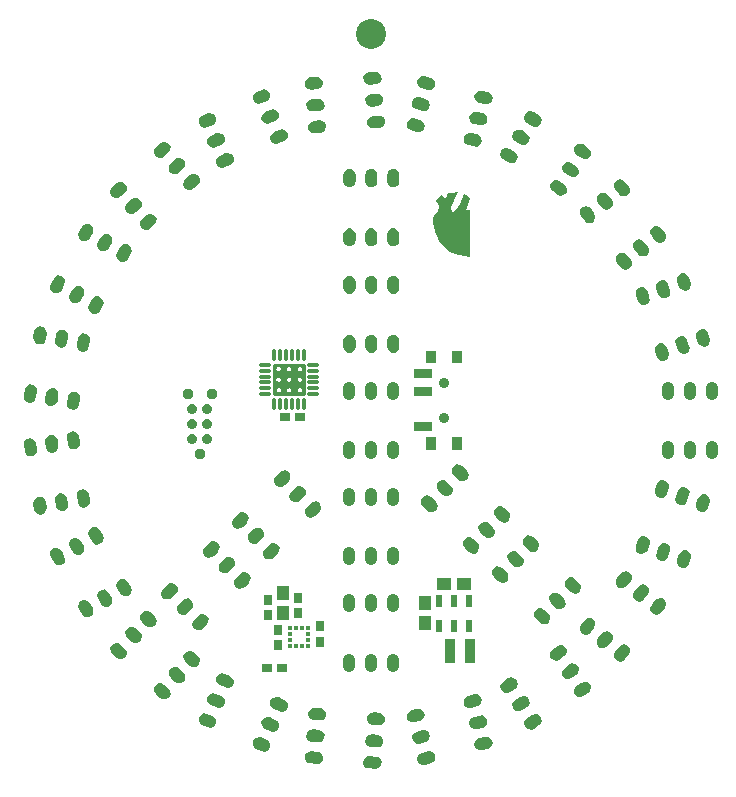
<source format=gts>
G04 DipTrace 2.4.0.2*
%INpeace.gts*%
%MOMM*%
%ADD10C,0.25*%
%ADD21C,0.165*%
%ADD30R,0.5X1.0*%
%ADD48C,0.95*%
%ADD49C,0.9*%
%ADD50C,2.54*%
%ADD53R,0.325X0.3*%
%ADD54R,0.3X0.325*%
%ADD55R,0.75X0.95*%
%ADD56R,0.95X0.75*%
%ADD59R,0.9X2.05*%
%ADD60R,1.05X1.15*%
%ADD61R,1.15X1.05*%
%ADD62O,1.05X1.55*%
%ADD66O,1.05X0.33*%
%ADD67O,0.33X1.05*%
%FSLAX53Y53*%
G04*
G71*
G90*
G75*
G01*
%LNTopMask*%
%LPD*%
X33030Y44584D2*
D21*
X33031Y44603D1*
X33033Y44621D1*
X33036Y44640D1*
X33041Y44658D1*
X33047Y44676D1*
X33054Y44693D1*
X33063Y44710D1*
X33072Y44726D1*
X33083Y44741D1*
X33095Y44756D1*
X33108Y44770D1*
X33122Y44782D1*
X33137Y44794D1*
X33153Y44805D1*
X33170Y44815D1*
X33187Y44824D1*
X33205Y44832D1*
X33223Y44838D1*
X33242Y44843D1*
X33261Y44847D1*
X33280Y44850D1*
X33300Y44851D1*
X33319D1*
X33339Y44850D1*
X33358Y44847D1*
X33377Y44843D1*
X33396Y44838D1*
X33414Y44832D1*
X33432Y44824D1*
X33449Y44815D1*
X33466Y44805D1*
X33482Y44794D1*
X33497Y44782D1*
X33511Y44770D1*
X33524Y44756D1*
X33536Y44741D1*
X33547Y44726D1*
X33556Y44710D1*
X33565Y44693D1*
X33572Y44676D1*
X33578Y44658D1*
X33583Y44640D1*
X33586Y44621D1*
X33588Y44603D1*
X33589Y44584D1*
X33588Y44566D1*
X33586Y44547D1*
X33583Y44529D1*
X33578Y44511D1*
X33572Y44493D1*
X33565Y44476D1*
X33556Y44459D1*
X33547Y44443D1*
X33536Y44428D1*
X33524Y44413D1*
X33511Y44399D1*
X33497Y44386D1*
X33482Y44374D1*
X33466Y44363D1*
X33449Y44353D1*
X33432Y44345D1*
X33414Y44337D1*
X33396Y44331D1*
X33377Y44326D1*
X33358Y44322D1*
X33339Y44319D1*
X33319Y44318D1*
X33300D1*
X33280Y44319D1*
X33261Y44322D1*
X33242Y44326D1*
X33223Y44331D1*
X33205Y44337D1*
X33187Y44345D1*
X33170Y44353D1*
X33153Y44363D1*
X33137Y44374D1*
X33122Y44386D1*
X33108Y44399D1*
X33095Y44413D1*
X33083Y44428D1*
X33072Y44443D1*
X33063Y44459D1*
X33054Y44476D1*
X33047Y44493D1*
X33041Y44511D1*
X33036Y44529D1*
X33033Y44547D1*
X33031Y44566D1*
X33030Y44584D1*
Y45488D2*
X33031Y45506D1*
X33033Y45525D1*
X33036Y45543D1*
X33041Y45561D1*
X33047Y45579D1*
X33054Y45596D1*
X33063Y45613D1*
X33072Y45629D1*
X33083Y45644D1*
X33095Y45659D1*
X33108Y45673D1*
X33122Y45686D1*
X33137Y45698D1*
X33153Y45709D1*
X33170Y45719D1*
X33187Y45727D1*
X33205Y45735D1*
X33223Y45741D1*
X33242Y45746D1*
X33261Y45750D1*
X33280Y45753D1*
X33300Y45754D1*
X33319D1*
X33339Y45753D1*
X33358Y45750D1*
X33377Y45746D1*
X33396Y45741D1*
X33414Y45735D1*
X33432Y45727D1*
X33449Y45719D1*
X33466Y45709D1*
X33482Y45698D1*
X33497Y45686D1*
X33511Y45673D1*
X33524Y45659D1*
X33536Y45644D1*
X33547Y45629D1*
X33556Y45613D1*
X33565Y45596D1*
X33572Y45579D1*
X33578Y45561D1*
X33583Y45543D1*
X33586Y45525D1*
X33588Y45506D1*
X33589Y45488D1*
X33588Y45469D1*
X33586Y45451D1*
X33583Y45432D1*
X33578Y45414D1*
X33572Y45396D1*
X33565Y45379D1*
X33556Y45362D1*
X33547Y45346D1*
X33536Y45331D1*
X33524Y45316D1*
X33511Y45302D1*
X33497Y45289D1*
X33482Y45278D1*
X33466Y45267D1*
X33449Y45257D1*
X33432Y45248D1*
X33414Y45240D1*
X33396Y45234D1*
X33377Y45229D1*
X33358Y45225D1*
X33339Y45222D1*
X33319Y45221D1*
X33300D1*
X33280Y45222D1*
X33261Y45225D1*
X33242Y45229D1*
X33223Y45234D1*
X33205Y45240D1*
X33187Y45248D1*
X33170Y45257D1*
X33153Y45267D1*
X33137Y45278D1*
X33122Y45289D1*
X33108Y45302D1*
X33095Y45316D1*
X33083Y45331D1*
X33072Y45346D1*
X33063Y45362D1*
X33054Y45379D1*
X33047Y45396D1*
X33041Y45414D1*
X33036Y45432D1*
X33033Y45451D1*
X33031Y45469D1*
X33030Y45488D1*
X33927Y43678D2*
Y43696D1*
X33929Y43715D1*
X33933Y43733D1*
X33937Y43751D1*
X33943Y43769D1*
X33951Y43786D1*
X33959Y43803D1*
X33969Y43819D1*
X33980Y43834D1*
X33992Y43849D1*
X34005Y43863D1*
X34019Y43876D1*
X34034Y43888D1*
X34050Y43899D1*
X34066Y43909D1*
X34084Y43917D1*
X34101Y43925D1*
X34120Y43931D1*
X34138Y43936D1*
X34158Y43940D1*
X34177Y43943D1*
X34196Y43944D1*
X34216D1*
X34235Y43943D1*
X34255Y43940D1*
X34274Y43936D1*
X34292Y43931D1*
X34311Y43925D1*
X34329Y43917D1*
X34346Y43909D1*
X34362Y43899D1*
X34378Y43888D1*
X34393Y43876D1*
X34407Y43863D1*
X34420Y43849D1*
X34432Y43834D1*
X34443Y43819D1*
X34453Y43803D1*
X34461Y43786D1*
X34469Y43769D1*
X34475Y43751D1*
X34479Y43733D1*
X34483Y43715D1*
X34485Y43696D1*
X34486Y43678D1*
X34485Y43659D1*
X34483Y43641D1*
X34479Y43622D1*
X34475Y43604D1*
X34469Y43586D1*
X34461Y43569D1*
X34453Y43553D1*
X34443Y43536D1*
X34432Y43521D1*
X34420Y43506D1*
X34407Y43492D1*
X34393Y43480D1*
X34378Y43468D1*
X34362Y43457D1*
X34346Y43447D1*
X34329Y43438D1*
X34311Y43430D1*
X34292Y43424D1*
X34274Y43419D1*
X34255Y43415D1*
X34235Y43413D1*
X34216Y43411D1*
X34196D1*
X34177Y43413D1*
X34158Y43415D1*
X34138Y43419D1*
X34120Y43424D1*
X34101Y43430D1*
X34084Y43438D1*
X34066Y43447D1*
X34050Y43457D1*
X34034Y43468D1*
X34019Y43480D1*
X34005Y43492D1*
X33992Y43506D1*
X33980Y43521D1*
X33969Y43536D1*
X33959Y43553D1*
X33951Y43569D1*
X33943Y43586D1*
X33937Y43604D1*
X33933Y43622D1*
X33929Y43641D1*
X33927Y43659D1*
Y43678D1*
X33930Y44578D2*
X33931Y44596D1*
X33933Y44615D1*
X33936Y44633D1*
X33941Y44651D1*
X33947Y44669D1*
X33954Y44686D1*
X33963Y44703D1*
X33973Y44719D1*
X33983Y44734D1*
X33995Y44749D1*
X34009Y44763D1*
X34023Y44776D1*
X34037Y44788D1*
X34053Y44799D1*
X34070Y44808D1*
X34087Y44817D1*
X34105Y44825D1*
X34123Y44831D1*
X34142Y44836D1*
X34161Y44840D1*
X34180Y44843D1*
X34200Y44844D1*
X34219D1*
X34239Y44843D1*
X34258Y44840D1*
X34277Y44836D1*
X34296Y44831D1*
X34314Y44825D1*
X34332Y44817D1*
X34349Y44808D1*
X34366Y44799D1*
X34381Y44788D1*
X34396Y44776D1*
X34410Y44763D1*
X34423Y44749D1*
X34435Y44734D1*
X34446Y44719D1*
X34456Y44703D1*
X34464Y44686D1*
X34472Y44669D1*
X34478Y44651D1*
X34483Y44633D1*
X34486Y44615D1*
X34488Y44596D1*
X34489Y44578D1*
X34488Y44559D1*
X34486Y44540D1*
X34483Y44522D1*
X34478Y44504D1*
X34472Y44486D1*
X34464Y44469D1*
X34456Y44452D1*
X34446Y44436D1*
X34435Y44421D1*
X34423Y44406D1*
X34410Y44392D1*
X34396Y44379D1*
X34381Y44367D1*
X34366Y44357D1*
X34349Y44347D1*
X34332Y44338D1*
X34314Y44330D1*
X34296Y44324D1*
X34277Y44319D1*
X34258Y44315D1*
X34239Y44312D1*
X34219Y44311D1*
X34200D1*
X34180Y44312D1*
X34161Y44315D1*
X34142Y44319D1*
X34123Y44324D1*
X34105Y44330D1*
X34087Y44338D1*
X34070Y44347D1*
X34053Y44357D1*
X34037Y44367D1*
X34023Y44379D1*
X34009Y44392D1*
X33995Y44406D1*
X33983Y44421D1*
X33973Y44436D1*
X33963Y44452D1*
X33954Y44469D1*
X33947Y44486D1*
X33941Y44504D1*
X33936Y44522D1*
X33933Y44540D1*
X33931Y44559D1*
X33930Y44578D1*
Y44588D2*
X33931Y44606D1*
X33933Y44625D1*
X33936Y44643D1*
X33941Y44661D1*
X33947Y44679D1*
X33954Y44696D1*
X33963Y44713D1*
X33973Y44729D1*
X33983Y44744D1*
X33995Y44759D1*
X34009Y44773D1*
X34023Y44786D1*
X34037Y44798D1*
X34053Y44809D1*
X34070Y44819D1*
X34087Y44827D1*
X34105Y44835D1*
X34123Y44841D1*
X34142Y44846D1*
X34161Y44850D1*
X34180Y44853D1*
X34200Y44854D1*
X34219D1*
X34239Y44853D1*
X34258Y44850D1*
X34277Y44846D1*
X34296Y44841D1*
X34314Y44835D1*
X34332Y44827D1*
X34349Y44819D1*
X34366Y44809D1*
X34381Y44798D1*
X34396Y44786D1*
X34410Y44773D1*
X34423Y44759D1*
X34435Y44744D1*
X34446Y44729D1*
X34456Y44713D1*
X34464Y44696D1*
X34472Y44679D1*
X34478Y44661D1*
X34483Y44643D1*
X34486Y44625D1*
X34488Y44606D1*
X34489Y44588D1*
X34488Y44569D1*
X34486Y44551D1*
X34483Y44532D1*
X34478Y44514D1*
X34472Y44497D1*
X34464Y44479D1*
X34456Y44463D1*
X34446Y44446D1*
X34435Y44431D1*
X34423Y44416D1*
X34410Y44403D1*
X34396Y44390D1*
X34381Y44378D1*
X34366Y44367D1*
X34349Y44357D1*
X34332Y44348D1*
X34314Y44341D1*
X34296Y44334D1*
X34277Y44329D1*
X34258Y44325D1*
X34239Y44323D1*
X34219Y44321D1*
X34200D1*
X34180Y44323D1*
X34161Y44325D1*
X34142Y44329D1*
X34123Y44334D1*
X34105Y44341D1*
X34087Y44348D1*
X34070Y44357D1*
X34053Y44367D1*
X34037Y44378D1*
X34023Y44390D1*
X34009Y44403D1*
X33995Y44416D1*
X33983Y44431D1*
X33973Y44446D1*
X33963Y44463D1*
X33954Y44479D1*
X33947Y44497D1*
X33941Y44514D1*
X33936Y44532D1*
X33933Y44551D1*
X33931Y44569D1*
X33930Y44588D1*
X33924Y45484D2*
Y45503D1*
X33926Y45521D1*
X33930Y45540D1*
X33934Y45558D1*
X33940Y45575D1*
X33948Y45593D1*
X33956Y45609D1*
X33966Y45625D1*
X33977Y45641D1*
X33989Y45656D1*
X34002Y45669D1*
X34016Y45682D1*
X34031Y45694D1*
X34047Y45705D1*
X34063Y45715D1*
X34080Y45724D1*
X34098Y45731D1*
X34116Y45738D1*
X34135Y45743D1*
X34154Y45747D1*
X34174Y45749D1*
X34193Y45751D1*
X34213D1*
X34232Y45749D1*
X34251Y45747D1*
X34270Y45743D1*
X34289Y45738D1*
X34307Y45731D1*
X34325Y45724D1*
X34342Y45715D1*
X34359Y45705D1*
X34375Y45694D1*
X34390Y45682D1*
X34404Y45669D1*
X34417Y45656D1*
X34429Y45641D1*
X34440Y45625D1*
X34449Y45609D1*
X34458Y45593D1*
X34465Y45575D1*
X34471Y45558D1*
X34476Y45540D1*
X34479Y45521D1*
X34481Y45503D1*
X34482Y45484D1*
X34481Y45466D1*
X34479Y45447D1*
X34476Y45429D1*
X34471Y45411D1*
X34465Y45393D1*
X34458Y45376D1*
X34449Y45359D1*
X34440Y45343D1*
X34429Y45327D1*
X34417Y45313D1*
X34404Y45299D1*
X34390Y45286D1*
X34375Y45274D1*
X34359Y45263D1*
X34342Y45253D1*
X34325Y45245D1*
X34307Y45237D1*
X34289Y45231D1*
X34270Y45226D1*
X34251Y45222D1*
X34232Y45219D1*
X34213Y45218D1*
X34193D1*
X34174Y45219D1*
X34154Y45222D1*
X34135Y45226D1*
X34116Y45231D1*
X34098Y45237D1*
X34080Y45245D1*
X34063Y45253D1*
X34047Y45263D1*
X34031Y45274D1*
X34016Y45286D1*
X34002Y45299D1*
X33989Y45313D1*
X33977Y45327D1*
X33966Y45343D1*
X33956Y45359D1*
X33948Y45376D1*
X33940Y45393D1*
X33934Y45411D1*
X33930Y45429D1*
X33926Y45447D1*
X33924Y45466D1*
Y45484D1*
X34830Y44581D2*
X34831Y44600D1*
X34833Y44618D1*
X34836Y44636D1*
X34841Y44654D1*
X34847Y44672D1*
X34854Y44689D1*
X34863Y44706D1*
X34873Y44722D1*
X34884Y44738D1*
X34896Y44752D1*
X34909Y44766D1*
X34923Y44779D1*
X34938Y44791D1*
X34953Y44802D1*
X34970Y44812D1*
X34987Y44821D1*
X35005Y44828D1*
X35023Y44835D1*
X35042Y44840D1*
X35061Y44844D1*
X35080Y44846D1*
X35100Y44847D1*
X35119D1*
X35139Y44846D1*
X35158Y44844D1*
X35177Y44840D1*
X35196Y44835D1*
X35214Y44828D1*
X35232Y44821D1*
X35249Y44812D1*
X35266Y44802D1*
X35281Y44791D1*
X35296Y44779D1*
X35310Y44766D1*
X35323Y44752D1*
X35335Y44738D1*
X35346Y44722D1*
X35356Y44706D1*
X35365Y44689D1*
X35372Y44672D1*
X35378Y44654D1*
X35383Y44636D1*
X35386Y44618D1*
X35388Y44600D1*
X35389Y44581D1*
X35388Y44562D1*
X35386Y44544D1*
X35383Y44526D1*
X35378Y44507D1*
X35372Y44490D1*
X35365Y44473D1*
X35356Y44456D1*
X35346Y44440D1*
X35335Y44424D1*
X35323Y44410D1*
X35310Y44396D1*
X35296Y44383D1*
X35281Y44371D1*
X35266Y44360D1*
X35249Y44350D1*
X35232Y44341D1*
X35214Y44334D1*
X35196Y44327D1*
X35177Y44322D1*
X35158Y44318D1*
X35139Y44316D1*
X35119Y44314D1*
X35100D1*
X35080Y44316D1*
X35061Y44318D1*
X35042Y44322D1*
X35023Y44327D1*
X35005Y44334D1*
X34987Y44341D1*
X34970Y44350D1*
X34953Y44360D1*
X34938Y44371D1*
X34923Y44383D1*
X34909Y44396D1*
X34896Y44410D1*
X34884Y44424D1*
X34873Y44440D1*
X34863Y44456D1*
X34854Y44473D1*
X34847Y44490D1*
X34841Y44507D1*
X34836Y44526D1*
X34833Y44544D1*
X34831Y44562D1*
X34830Y44581D1*
Y43684D2*
X34831Y43703D1*
X34833Y43722D1*
X34836Y43740D1*
X34841Y43758D1*
X34847Y43776D1*
X34854Y43793D1*
X34863Y43810D1*
X34873Y43826D1*
X34884Y43841D1*
X34896Y43856D1*
X34909Y43870D1*
X34923Y43883D1*
X34938Y43895D1*
X34953Y43906D1*
X34970Y43915D1*
X34987Y43924D1*
X35005Y43932D1*
X35023Y43938D1*
X35042Y43943D1*
X35061Y43947D1*
X35080Y43950D1*
X35100Y43951D1*
X35119D1*
X35139Y43950D1*
X35158Y43947D1*
X35177Y43943D1*
X35196Y43938D1*
X35214Y43932D1*
X35232Y43924D1*
X35249Y43915D1*
X35266Y43906D1*
X35281Y43895D1*
X35296Y43883D1*
X35310Y43870D1*
X35323Y43856D1*
X35335Y43841D1*
X35346Y43826D1*
X35356Y43810D1*
X35365Y43793D1*
X35372Y43776D1*
X35378Y43758D1*
X35383Y43740D1*
X35386Y43722D1*
X35388Y43703D1*
X35389Y43684D1*
X35388Y43666D1*
X35386Y43647D1*
X35383Y43629D1*
X35378Y43611D1*
X35372Y43593D1*
X35365Y43576D1*
X35356Y43559D1*
X35346Y43543D1*
X35335Y43528D1*
X35323Y43513D1*
X35310Y43499D1*
X35296Y43486D1*
X35281Y43474D1*
X35266Y43463D1*
X35249Y43454D1*
X35232Y43445D1*
X35214Y43437D1*
X35196Y43431D1*
X35177Y43426D1*
X35158Y43422D1*
X35139Y43419D1*
X35119Y43418D1*
X35100D1*
X35080Y43419D1*
X35061Y43422D1*
X35042Y43426D1*
X35023Y43431D1*
X35005Y43437D1*
X34987Y43445D1*
X34970Y43454D1*
X34953Y43463D1*
X34938Y43474D1*
X34923Y43486D1*
X34909Y43499D1*
X34896Y43513D1*
X34884Y43528D1*
X34873Y43543D1*
X34863Y43559D1*
X34854Y43576D1*
X34847Y43593D1*
X34841Y43611D1*
X34836Y43629D1*
X34833Y43647D1*
X34831Y43666D1*
X34830Y43684D1*
Y45488D2*
X34831Y45506D1*
X34833Y45525D1*
X34836Y45543D1*
X34841Y45561D1*
X34847Y45579D1*
X34854Y45596D1*
X34863Y45613D1*
X34873Y45629D1*
X34884Y45644D1*
X34896Y45659D1*
X34909Y45673D1*
X34923Y45686D1*
X34938Y45698D1*
X34953Y45709D1*
X34970Y45719D1*
X34987Y45727D1*
X35005Y45735D1*
X35023Y45741D1*
X35042Y45746D1*
X35061Y45750D1*
X35080Y45753D1*
X35100Y45754D1*
X35119D1*
X35139Y45753D1*
X35158Y45750D1*
X35177Y45746D1*
X35196Y45741D1*
X35214Y45735D1*
X35232Y45727D1*
X35249Y45719D1*
X35266Y45709D1*
X35281Y45698D1*
X35296Y45686D1*
X35310Y45673D1*
X35323Y45659D1*
X35335Y45644D1*
X35346Y45629D1*
X35356Y45613D1*
X35365Y45596D1*
X35372Y45579D1*
X35378Y45561D1*
X35383Y45543D1*
X35386Y45525D1*
X35388Y45506D1*
X35389Y45488D1*
X35388Y45469D1*
X35386Y45451D1*
X35383Y45432D1*
X35378Y45414D1*
X35372Y45396D1*
X35365Y45379D1*
X35356Y45362D1*
X35346Y45346D1*
X35335Y45331D1*
X35323Y45316D1*
X35310Y45302D1*
X35296Y45289D1*
X35281Y45278D1*
X35266Y45267D1*
X35249Y45257D1*
X35232Y45248D1*
X35214Y45240D1*
X35196Y45234D1*
X35177Y45229D1*
X35158Y45225D1*
X35139Y45222D1*
X35119Y45221D1*
X35100D1*
X35080Y45222D1*
X35061Y45225D1*
X35042Y45229D1*
X35023Y45234D1*
X35005Y45240D1*
X34987Y45248D1*
X34970Y45257D1*
X34953Y45267D1*
X34938Y45278D1*
X34923Y45289D1*
X34909Y45302D1*
X34896Y45316D1*
X34884Y45331D1*
X34873Y45346D1*
X34863Y45362D1*
X34854Y45379D1*
X34847Y45396D1*
X34841Y45414D1*
X34836Y45432D1*
X34833Y45451D1*
X34831Y45469D1*
X34830Y45488D1*
X32939Y43328D2*
D10*
X35466D1*
Y45818D1*
X32939D1*
Y43328D1*
G36*
X32999Y43922D2*
X35383D1*
Y44402D1*
X32999D1*
Y43922D1*
G37*
G36*
X34406Y43365D2*
X34873D1*
Y45841D1*
X34406D1*
Y43365D1*
G37*
G36*
X33546Y43382D2*
X34013D1*
Y45741D1*
X33546D1*
Y43382D1*
G37*
G36*
X32906Y44811D2*
X35376D1*
Y45284D1*
X32906D1*
Y44811D1*
G37*
X33043Y43711D2*
D21*
X33044Y43730D1*
X33046Y43748D1*
X33049Y43767D1*
X33054Y43785D1*
X33060Y43802D1*
X33067Y43820D1*
X33076Y43836D1*
X33086Y43852D1*
X33097Y43868D1*
X33109Y43882D1*
X33122Y43896D1*
X33136Y43909D1*
X33151Y43921D1*
X33166Y43932D1*
X33183Y43942D1*
X33200Y43951D1*
X33218Y43958D1*
X33236Y43965D1*
X33255Y43970D1*
X33274Y43974D1*
X33294Y43976D1*
X33313Y43978D1*
X33333D1*
X33352Y43976D1*
X33371Y43974D1*
X33390Y43970D1*
X33409Y43965D1*
X33427Y43958D1*
X33445Y43951D1*
X33462Y43942D1*
X33479Y43932D1*
X33495Y43921D1*
X33510Y43909D1*
X33524Y43896D1*
X33537Y43882D1*
X33549Y43868D1*
X33560Y43852D1*
X33570Y43836D1*
X33578Y43820D1*
X33585Y43802D1*
X33591Y43785D1*
X33596Y43767D1*
X33600Y43748D1*
X33602Y43730D1*
Y43711D1*
Y43693D1*
X33600Y43674D1*
X33596Y43656D1*
X33591Y43638D1*
X33585Y43620D1*
X33578Y43603D1*
X33570Y43586D1*
X33560Y43570D1*
X33549Y43554D1*
X33537Y43540D1*
X33524Y43526D1*
X33510Y43513D1*
X33495Y43501D1*
X33479Y43490D1*
X33462Y43480D1*
X33445Y43471D1*
X33427Y43464D1*
X33409Y43458D1*
X33390Y43452D1*
X33371Y43449D1*
X33352Y43446D1*
X33333Y43445D1*
X33313D1*
X33294Y43446D1*
X33274Y43449D1*
X33255Y43452D1*
X33236Y43458D1*
X33218Y43464D1*
X33200Y43471D1*
X33183Y43480D1*
X33166Y43490D1*
X33151Y43501D1*
X33136Y43513D1*
X33122Y43526D1*
X33109Y43540D1*
X33097Y43554D1*
X33086Y43570D1*
X33076Y43586D1*
X33067Y43603D1*
X33060Y43620D1*
X33054Y43638D1*
X33049Y43656D1*
X33046Y43674D1*
X33044Y43693D1*
X33043Y43711D1*
D67*
X32956Y42538D3*
X33456D3*
X33956D3*
X34456D3*
X34956D3*
X35456D3*
D66*
X36256Y43338D3*
Y43838D3*
Y44338D3*
Y44838D3*
Y45338D3*
Y45838D3*
D67*
X35456Y46638D3*
X34956D3*
X34456D3*
X33956D3*
X33456D3*
X32956D3*
D66*
X32156Y45838D3*
Y45338D3*
Y44838D3*
Y44338D3*
Y43838D3*
Y43338D3*
D30*
X49451Y25874D3*
X48151D3*
X46851D3*
Y23674D3*
X48151D3*
X49451D3*
G36*
X25981Y39986D2*
X25908Y39980D1*
X25838Y39961D1*
X25772Y39930D1*
X25712Y39888D1*
X25660Y39837D1*
X25618Y39777D1*
X25587Y39711D1*
X25568Y39640D1*
X25562Y39567D1*
D1*
X25568Y39495D1*
X25587Y39424D1*
X25618Y39358D1*
X25660Y39298D1*
X25712Y39247D1*
X25772Y39205D1*
X25838Y39174D1*
X25908Y39155D1*
X25981Y39149D1*
D1*
X26054Y39155D1*
X26124Y39174D1*
X26190Y39205D1*
X26250Y39247D1*
X26302Y39298D1*
X26344Y39358D1*
X26374Y39424D1*
X26393Y39495D1*
X26400Y39567D1*
D1*
X26393Y39640D1*
X26374Y39711D1*
X26344Y39777D1*
X26302Y39837D1*
X26250Y39888D1*
X26190Y39930D1*
X26124Y39961D1*
X26054Y39980D1*
X25981Y39986D1*
G37*
G36*
Y41256D2*
X25908Y41250D1*
X25838Y41231D1*
X25772Y41200D1*
X25712Y41158D1*
X25660Y41107D1*
X25618Y41047D1*
X25587Y40981D1*
X25568Y40910D1*
X25562Y40837D1*
D1*
X25568Y40765D1*
X25587Y40694D1*
X25618Y40628D1*
X25660Y40568D1*
X25712Y40517D1*
X25772Y40475D1*
X25838Y40444D1*
X25908Y40425D1*
X25981Y40419D1*
D1*
X26054Y40425D1*
X26124Y40444D1*
X26190Y40475D1*
X26250Y40517D1*
X26302Y40568D1*
X26344Y40628D1*
X26374Y40694D1*
X26393Y40765D1*
X26400Y40837D1*
D1*
X26393Y40910D1*
X26374Y40981D1*
X26344Y41047D1*
X26302Y41107D1*
X26250Y41158D1*
X26190Y41200D1*
X26124Y41231D1*
X26054Y41250D1*
X25981Y41256D1*
G37*
G36*
Y42526D2*
X25908Y42520D1*
X25838Y42501D1*
X25772Y42470D1*
X25712Y42428D1*
X25660Y42377D1*
X25618Y42317D1*
X25587Y42251D1*
X25568Y42180D1*
X25562Y42107D1*
D1*
X25568Y42035D1*
X25587Y41964D1*
X25618Y41898D1*
X25660Y41838D1*
X25712Y41787D1*
X25772Y41745D1*
X25838Y41714D1*
X25908Y41695D1*
X25981Y41689D1*
D1*
X26054Y41695D1*
X26124Y41714D1*
X26190Y41745D1*
X26250Y41787D1*
X26302Y41838D1*
X26344Y41898D1*
X26374Y41964D1*
X26393Y42035D1*
X26400Y42107D1*
D1*
X26393Y42180D1*
X26374Y42251D1*
X26344Y42317D1*
X26302Y42377D1*
X26250Y42428D1*
X26190Y42470D1*
X26124Y42501D1*
X26054Y42520D1*
X25981Y42526D1*
G37*
G36*
X27251D2*
X27178Y42520D1*
X27108Y42501D1*
X27042Y42470D1*
X26982Y42428D1*
X26930Y42377D1*
X26888Y42317D1*
X26857Y42251D1*
X26838Y42180D1*
X26832Y42107D1*
D1*
X26838Y42035D1*
X26857Y41964D1*
X26888Y41898D1*
X26930Y41838D1*
X26982Y41787D1*
X27042Y41745D1*
X27108Y41714D1*
X27178Y41695D1*
X27251Y41689D1*
D1*
X27324Y41695D1*
X27394Y41714D1*
X27460Y41745D1*
X27520Y41787D1*
X27572Y41838D1*
X27614Y41898D1*
X27644Y41964D1*
X27663Y42035D1*
X27670Y42107D1*
D1*
X27663Y42180D1*
X27644Y42251D1*
X27614Y42317D1*
X27572Y42377D1*
X27520Y42428D1*
X27460Y42470D1*
X27394Y42501D1*
X27324Y42520D1*
X27251Y42526D1*
G37*
G36*
Y41256D2*
X27178Y41250D1*
X27108Y41231D1*
X27042Y41200D1*
X26982Y41158D1*
X26930Y41107D1*
X26888Y41047D1*
X26857Y40981D1*
X26838Y40910D1*
X26832Y40837D1*
D1*
X26838Y40765D1*
X26857Y40694D1*
X26888Y40628D1*
X26930Y40568D1*
X26982Y40517D1*
X27042Y40475D1*
X27108Y40444D1*
X27178Y40425D1*
X27251Y40419D1*
D1*
X27324Y40425D1*
X27394Y40444D1*
X27460Y40475D1*
X27520Y40517D1*
X27572Y40568D1*
X27614Y40628D1*
X27644Y40694D1*
X27663Y40765D1*
X27670Y40837D1*
D1*
X27663Y40910D1*
X27644Y40981D1*
X27614Y41047D1*
X27572Y41107D1*
X27520Y41158D1*
X27460Y41200D1*
X27394Y41231D1*
X27324Y41250D1*
X27251Y41256D1*
G37*
G36*
Y39986D2*
X27178Y39980D1*
X27108Y39961D1*
X27042Y39930D1*
X26982Y39888D1*
X26930Y39837D1*
X26888Y39777D1*
X26857Y39711D1*
X26838Y39640D1*
X26832Y39567D1*
D1*
X26838Y39495D1*
X26857Y39424D1*
X26888Y39358D1*
X26930Y39298D1*
X26982Y39247D1*
X27042Y39205D1*
X27108Y39174D1*
X27178Y39155D1*
X27251Y39149D1*
D1*
X27324Y39155D1*
X27394Y39174D1*
X27460Y39205D1*
X27520Y39247D1*
X27572Y39298D1*
X27614Y39358D1*
X27644Y39424D1*
X27663Y39495D1*
X27670Y39567D1*
D1*
X27663Y39640D1*
X27644Y39711D1*
X27614Y39777D1*
X27572Y39837D1*
X27520Y39888D1*
X27460Y39930D1*
X27394Y39961D1*
X27324Y39980D1*
X27251Y39986D1*
G37*
D48*
X26616Y38297D3*
X25600Y43377D3*
X27632D3*
D62*
X39309Y20623D3*
X41159D3*
X43009D3*
Y25623D3*
X41159D3*
X39309D3*
D61*
X48981Y27309D3*
X47281D3*
D60*
X45669Y23936D3*
Y25636D3*
D59*
X49505Y21616D3*
X47805D3*
D62*
X39309Y29623D3*
X41159D3*
X43009D3*
Y34623D3*
X41159D3*
X39309D3*
Y38623D3*
X41159D3*
X43009D3*
Y43623D3*
X41159D3*
X39309D3*
G36*
X39834Y47876D2*
X39783Y48101D1*
X39637Y48284D1*
X39426Y48385D1*
X39192D1*
X38982Y48284D1*
X38836Y48101D1*
X38784Y47876D1*
Y47370D1*
X38836Y47145D1*
X38982Y46962D1*
X39192Y46861D1*
X39426D1*
X39637Y46962D1*
X39783Y47145D1*
X39834Y47370D1*
Y47876D1*
G37*
G36*
X41684D2*
X41633Y48101D1*
X41487Y48284D1*
X41276Y48385D1*
X41042D1*
X40832Y48284D1*
X40686Y48101D1*
X40634Y47876D1*
Y47370D1*
X40686Y47145D1*
X40832Y46962D1*
X41042Y46861D1*
X41276D1*
X41487Y46962D1*
X41633Y47145D1*
X41684Y47370D1*
Y47876D1*
G37*
G36*
X43534D2*
X43483Y48101D1*
X43337Y48284D1*
X43126Y48385D1*
X42892D1*
X42682Y48284D1*
X42536Y48101D1*
X42484Y47876D1*
Y47370D1*
X42536Y47145D1*
X42682Y46962D1*
X42892Y46861D1*
X43126D1*
X43337Y46962D1*
X43483Y47145D1*
X43534Y47370D1*
Y47876D1*
G37*
G36*
Y52876D2*
X43483Y53101D1*
X43337Y53284D1*
X43126Y53385D1*
X42892D1*
X42682Y53284D1*
X42536Y53101D1*
X42484Y52876D1*
Y52370D1*
X42536Y52145D1*
X42682Y51962D1*
X42892Y51861D1*
X43126D1*
X43337Y51962D1*
X43483Y52145D1*
X43534Y52370D1*
Y52876D1*
G37*
G36*
X41684D2*
X41633Y53101D1*
X41487Y53284D1*
X41276Y53385D1*
X41042D1*
X40832Y53284D1*
X40686Y53101D1*
X40634Y52876D1*
Y52370D1*
X40686Y52145D1*
X40832Y51962D1*
X41042Y51861D1*
X41276D1*
X41487Y51962D1*
X41633Y52145D1*
X41684Y52370D1*
Y52876D1*
G37*
G36*
X39834D2*
X39783Y53101D1*
X39637Y53284D1*
X39426Y53385D1*
X39192D1*
X38982Y53284D1*
X38836Y53101D1*
X38784Y52876D1*
Y52370D1*
X38836Y52145D1*
X38982Y51962D1*
X39192Y51861D1*
X39426D1*
X39637Y51962D1*
X39783Y52145D1*
X39834Y52370D1*
Y52876D1*
G37*
G36*
Y56876D2*
X39783Y57101D1*
X39637Y57284D1*
X39426Y57385D1*
X39192D1*
X38982Y57284D1*
X38836Y57101D1*
X38784Y56876D1*
Y56370D1*
X38836Y56145D1*
X38982Y55962D1*
X39192Y55861D1*
X39426D1*
X39637Y55962D1*
X39783Y56145D1*
X39834Y56370D1*
Y56876D1*
G37*
G36*
X41684D2*
X41633Y57101D1*
X41487Y57284D1*
X41276Y57385D1*
X41042D1*
X40832Y57284D1*
X40686Y57101D1*
X40634Y56876D1*
Y56370D1*
X40686Y56145D1*
X40832Y55962D1*
X41042Y55861D1*
X41276D1*
X41487Y55962D1*
X41633Y56145D1*
X41684Y56370D1*
Y56876D1*
G37*
G36*
X43534D2*
X43483Y57101D1*
X43337Y57284D1*
X43126Y57385D1*
X42892D1*
X42682Y57284D1*
X42536Y57101D1*
X42484Y56876D1*
Y56370D1*
X42536Y56145D1*
X42682Y55962D1*
X42892Y55861D1*
X43126D1*
X43337Y55962D1*
X43483Y56145D1*
X43534Y56370D1*
Y56876D1*
G37*
G36*
Y61876D2*
X43483Y62101D1*
X43337Y62284D1*
X43126Y62385D1*
X42892D1*
X42682Y62284D1*
X42536Y62101D1*
X42484Y61876D1*
Y61370D1*
X42536Y61145D1*
X42682Y60962D1*
X42892Y60861D1*
X43126D1*
X43337Y60962D1*
X43483Y61145D1*
X43534Y61370D1*
Y61876D1*
G37*
G36*
X41684D2*
X41633Y62101D1*
X41487Y62284D1*
X41276Y62385D1*
X41042D1*
X40832Y62284D1*
X40686Y62101D1*
X40634Y61876D1*
Y61370D1*
X40686Y61145D1*
X40832Y60962D1*
X41042Y60861D1*
X41276D1*
X41487Y60962D1*
X41633Y61145D1*
X41684Y61370D1*
Y61876D1*
G37*
G36*
X39834D2*
X39783Y62101D1*
X39637Y62284D1*
X39426Y62385D1*
X39192D1*
X38982Y62284D1*
X38836Y62101D1*
X38784Y61876D1*
Y61370D1*
X38836Y61145D1*
X38982Y60962D1*
X39192Y60861D1*
X39426D1*
X39637Y60962D1*
X39783Y61145D1*
X39834Y61370D1*
Y61876D1*
G37*
G36*
X35685Y33775D2*
X35562Y33579D1*
X35536Y33347D1*
X35613Y33126D1*
X35779Y32961D1*
X36000Y32883D1*
X36232Y32910D1*
X36428Y33033D1*
X36785Y33390D1*
X36908Y33586D1*
X36934Y33818D1*
X36857Y34039D1*
X36692Y34204D1*
X36471Y34282D1*
X36238Y34256D1*
X36043Y34133D1*
X35685Y33775D1*
G37*
G36*
X34377Y35083D2*
X34254Y34888D1*
X34228Y34655D1*
X34305Y34434D1*
X34471Y34269D1*
X34691Y34192D1*
X34924Y34218D1*
X35120Y34341D1*
X35477Y34698D1*
X35600Y34894D1*
X35626Y35126D1*
X35549Y35347D1*
X35384Y35513D1*
X35163Y35590D1*
X34930Y35564D1*
X34735Y35441D1*
X34377Y35083D1*
G37*
G36*
X33069Y36391D2*
X32946Y36196D1*
X32920Y35963D1*
X32997Y35742D1*
X33162Y35577D1*
X33383Y35500D1*
X33616Y35526D1*
X33811Y35649D1*
X34169Y36006D1*
X34292Y36202D1*
X34318Y36435D1*
X34241Y36655D1*
X34075Y36821D1*
X33855Y36898D1*
X33622Y36872D1*
X33426Y36749D1*
X33069Y36391D1*
G37*
G36*
X29533Y32856D2*
X29410Y32660D1*
X29384Y32428D1*
X29462Y32207D1*
X29627Y32041D1*
X29848Y31964D1*
X30080Y31990D1*
X30276Y32113D1*
X30633Y32471D1*
X30756Y32666D1*
X30782Y32899D1*
X30705Y33120D1*
X30540Y33285D1*
X30319Y33362D1*
X30087Y33336D1*
X29891Y33213D1*
X29533Y32856D1*
G37*
G36*
X30842Y31548D2*
X30719Y31352D1*
X30692Y31120D1*
X30770Y30899D1*
X30935Y30733D1*
X31156Y30656D1*
X31388Y30682D1*
X31584Y30805D1*
X31942Y31163D1*
X32064Y31358D1*
X32091Y31591D1*
X32013Y31812D1*
X31848Y31977D1*
X31627Y32054D1*
X31395Y32028D1*
X31199Y31905D1*
X30842Y31548D1*
G37*
G36*
X32150Y30240D2*
X32027Y30044D1*
X32001Y29811D1*
X32078Y29591D1*
X32243Y29425D1*
X32464Y29348D1*
X32697Y29374D1*
X32892Y29497D1*
X33250Y29855D1*
X33373Y30050D1*
X33399Y30283D1*
X33322Y30504D1*
X33156Y30669D1*
X32935Y30746D1*
X32703Y30720D1*
X32507Y30597D1*
X32150Y30240D1*
G37*
G36*
X29685Y27775D2*
X29562Y27579D1*
X29536Y27347D1*
X29613Y27126D1*
X29779Y26961D1*
X30000Y26883D1*
X30232Y26910D1*
X30428Y27033D1*
X30785Y27390D1*
X30908Y27586D1*
X30934Y27818D1*
X30857Y28039D1*
X30692Y28204D1*
X30471Y28282D1*
X30238Y28256D1*
X30043Y28133D1*
X29685Y27775D1*
G37*
G36*
X28377Y29083D2*
X28254Y28888D1*
X28228Y28655D1*
X28305Y28434D1*
X28471Y28269D1*
X28691Y28192D1*
X28924Y28218D1*
X29120Y28341D1*
X29477Y28698D1*
X29600Y28894D1*
X29626Y29126D1*
X29549Y29347D1*
X29384Y29513D1*
X29163Y29590D1*
X28930Y29564D1*
X28735Y29441D1*
X28377Y29083D1*
G37*
G36*
X27069Y30391D2*
X26946Y30196D1*
X26920Y29963D1*
X26997Y29742D1*
X27162Y29577D1*
X27383Y29500D1*
X27616Y29526D1*
X27811Y29649D1*
X28169Y30006D1*
X28292Y30202D1*
X28318Y30435D1*
X28241Y30655D1*
X28075Y30821D1*
X27855Y30898D1*
X27622Y30872D1*
X27426Y30749D1*
X27069Y30391D1*
G37*
G36*
X23533Y26856D2*
X23410Y26660D1*
X23384Y26428D1*
X23462Y26207D1*
X23627Y26041D1*
X23848Y25964D1*
X24080Y25990D1*
X24276Y26113D1*
X24633Y26471D1*
X24756Y26666D1*
X24782Y26899D1*
X24705Y27120D1*
X24540Y27285D1*
X24319Y27362D1*
X24087Y27336D1*
X23891Y27213D1*
X23533Y26856D1*
G37*
G36*
X24842Y25548D2*
X24719Y25352D1*
X24692Y25120D1*
X24770Y24899D1*
X24935Y24733D1*
X25156Y24656D1*
X25388Y24682D1*
X25584Y24805D1*
X25942Y25163D1*
X26064Y25358D1*
X26091Y25591D1*
X26013Y25812D1*
X25848Y25977D1*
X25627Y26054D1*
X25395Y26028D1*
X25199Y25905D1*
X24842Y25548D1*
G37*
G36*
X26150Y24240D2*
X26027Y24044D1*
X26001Y23811D1*
X26078Y23591D1*
X26243Y23425D1*
X26464Y23348D1*
X26697Y23374D1*
X26892Y23497D1*
X27250Y23855D1*
X27373Y24050D1*
X27399Y24283D1*
X27322Y24504D1*
X27156Y24669D1*
X26935Y24746D1*
X26703Y24720D1*
X26507Y24597D1*
X26150Y24240D1*
G37*
G36*
X55420Y23994D2*
X55616Y23871D1*
X55848Y23845D1*
X56069Y23922D1*
X56235Y24088D1*
X56312Y24309D1*
X56286Y24541D1*
X56163Y24737D1*
X55805Y25094D1*
X55610Y25217D1*
X55377Y25243D1*
X55156Y25166D1*
X54991Y25001D1*
X54914Y24780D1*
X54940Y24547D1*
X55063Y24352D1*
X55420Y23994D1*
G37*
G36*
X56728Y25302D2*
X56924Y25180D1*
X57156Y25153D1*
X57377Y25231D1*
X57543Y25396D1*
X57620Y25617D1*
X57594Y25849D1*
X57471Y26045D1*
X57113Y26402D1*
X56918Y26525D1*
X56685Y26552D1*
X56464Y26474D1*
X56299Y26309D1*
X56222Y26088D1*
X56248Y25856D1*
X56371Y25660D1*
X56728Y25302D1*
G37*
G36*
X58036Y26611D2*
X58232Y26488D1*
X58465Y26462D1*
X58685Y26539D1*
X58851Y26704D1*
X58928Y26925D1*
X58902Y27157D1*
X58779Y27353D1*
X58421Y27711D1*
X58226Y27834D1*
X57993Y27860D1*
X57772Y27782D1*
X57607Y27617D1*
X57530Y27396D1*
X57556Y27164D1*
X57679Y26968D1*
X58036Y26611D1*
G37*
G36*
X54501Y30146D2*
X54697Y30023D1*
X54929Y29997D1*
X55150Y30074D1*
X55315Y30240D1*
X55393Y30461D1*
X55366Y30693D1*
X55243Y30889D1*
X54886Y31246D1*
X54690Y31369D1*
X54458Y31395D1*
X54237Y31318D1*
X54072Y31153D1*
X53994Y30932D1*
X54020Y30699D1*
X54143Y30504D1*
X54501Y30146D1*
G37*
G36*
X53193Y28838D2*
X53388Y28715D1*
X53621Y28689D1*
X53842Y28766D1*
X54007Y28932D1*
X54084Y29152D1*
X54058Y29385D1*
X53935Y29580D1*
X53578Y29938D1*
X53382Y30061D1*
X53150Y30087D1*
X52929Y30010D1*
X52763Y29844D1*
X52686Y29624D1*
X52712Y29391D1*
X52835Y29196D1*
X53193Y28838D1*
G37*
G36*
X51885Y27530D2*
X52080Y27407D1*
X52313Y27381D1*
X52534Y27458D1*
X52699Y27623D1*
X52776Y27844D1*
X52750Y28077D1*
X52627Y28272D1*
X52270Y28630D1*
X52074Y28753D1*
X51842Y28779D1*
X51621Y28702D1*
X51455Y28536D1*
X51378Y28316D1*
X51404Y28083D1*
X51527Y27887D1*
X51885Y27530D1*
G37*
G36*
X45765Y39696D2*
X46615D1*
Y38646D1*
X45765D1*
Y39696D1*
G37*
G36*
X47965D2*
X48815D1*
Y38646D1*
X47965D1*
Y39696D1*
G37*
G36*
Y46996D2*
X48815D1*
Y45946D1*
X47965D1*
Y46996D1*
G37*
G36*
X45765D2*
X46615D1*
Y45946D1*
X45765D1*
Y46996D1*
G37*
G36*
X44765Y45446D2*
X46315D1*
Y44696D1*
X44765D1*
Y45446D1*
G37*
G36*
Y43946D2*
X46315D1*
Y43196D1*
X44765D1*
Y43946D1*
G37*
G36*
Y40946D2*
X46315D1*
Y40196D1*
X44765D1*
Y40946D1*
G37*
D49*
X47290Y44321D3*
Y41321D3*
D56*
X33812Y41399D3*
X35112D3*
X33606Y20172D3*
X32306D3*
D55*
X33290Y22084D3*
Y23384D3*
X36780Y22400D3*
Y23700D3*
X32454Y24622D3*
Y25922D3*
X34981Y24785D3*
Y26085D3*
D60*
X33724Y24777D3*
Y26477D3*
D54*
X34308Y22042D3*
X34808D3*
X35308D3*
X35808D3*
D53*
Y22542D3*
Y23042D3*
D54*
Y23542D3*
X35308D3*
X34808D3*
X34308D3*
D53*
Y23042D3*
Y22542D3*
G36*
X49420Y29994D2*
X49616Y29871D1*
X49848Y29845D1*
X50069Y29923D1*
X50235Y30088D1*
X50312Y30309D1*
X50286Y30541D1*
X50163Y30737D1*
X49805Y31094D1*
X49610Y31217D1*
X49377Y31243D1*
X49156Y31166D1*
X48991Y31001D1*
X48914Y30780D1*
X48940Y30548D1*
X49063Y30352D1*
X49420Y29994D1*
G37*
G36*
X50728Y31302D2*
X50924Y31180D1*
X51156Y31153D1*
X51377Y31231D1*
X51543Y31396D1*
X51620Y31617D1*
X51594Y31849D1*
X51471Y32045D1*
X51113Y32402D1*
X50918Y32525D1*
X50685Y32552D1*
X50464Y32474D1*
X50299Y32309D1*
X50222Y32088D1*
X50248Y31856D1*
X50371Y31660D1*
X50728Y31302D1*
G37*
G36*
X52036Y32611D2*
X52232Y32488D1*
X52465Y32462D1*
X52685Y32539D1*
X52851Y32704D1*
X52928Y32925D1*
X52902Y33157D1*
X52779Y33353D1*
X52421Y33711D1*
X52226Y33834D1*
X51993Y33860D1*
X51772Y33783D1*
X51607Y33617D1*
X51530Y33396D1*
X51556Y33164D1*
X51679Y32968D1*
X52036Y32611D1*
G37*
G36*
X48501Y36146D2*
X48697Y36023D1*
X48929Y35997D1*
X49150Y36074D1*
X49315Y36240D1*
X49393Y36461D1*
X49366Y36693D1*
X49243Y36889D1*
X48886Y37246D1*
X48690Y37369D1*
X48458Y37395D1*
X48237Y37318D1*
X48072Y37153D1*
X47994Y36932D1*
X48020Y36699D1*
X48143Y36504D1*
X48501Y36146D1*
G37*
G36*
X47193Y34838D2*
X47388Y34715D1*
X47621Y34689D1*
X47842Y34766D1*
X48007Y34932D1*
X48084Y35152D1*
X48058Y35385D1*
X47935Y35580D1*
X47578Y35938D1*
X47382Y36061D1*
X47150Y36087D1*
X46929Y36010D1*
X46763Y35844D1*
X46686Y35624D1*
X46712Y35391D1*
X46835Y35196D1*
X47193Y34838D1*
G37*
G36*
X45885Y33530D2*
X46080Y33407D1*
X46313Y33381D1*
X46534Y33458D1*
X46699Y33623D1*
X46776Y33844D1*
X46750Y34077D1*
X46627Y34272D1*
X46270Y34630D1*
X46074Y34753D1*
X45842Y34779D1*
X45621Y34702D1*
X45455Y34536D1*
X45378Y34316D1*
X45404Y34083D1*
X45527Y33887D1*
X45885Y33530D1*
G37*
D62*
X66309Y38623D3*
X68159D3*
X70009D3*
Y43623D3*
X68159D3*
X66309D3*
G36*
X65344Y46515D2*
X65466Y46319D1*
X65663Y46193D1*
X65895Y46166D1*
X66116Y46242D1*
X66283Y46406D1*
X66361Y46626D1*
X66337Y46856D1*
X66173Y47334D1*
X66051Y47531D1*
X65854Y47656D1*
X65621Y47684D1*
X65400Y47608D1*
X65234Y47443D1*
X65155Y47223D1*
X65180Y46993D1*
X65344Y46515D1*
G37*
G36*
X67094Y47116D2*
X67215Y46920D1*
X67413Y46794D1*
X67645Y46766D1*
X67866Y46842D1*
X68033Y47007D1*
X68111Y47227D1*
X68087Y47457D1*
X67922Y47935D1*
X67801Y48131D1*
X67603Y48257D1*
X67371Y48285D1*
X67150Y48209D1*
X66983Y48044D1*
X66905Y47824D1*
X66929Y47594D1*
X67094Y47116D1*
G37*
G36*
X68843Y47717D2*
X68965Y47520D1*
X69162Y47395D1*
X69395Y47367D1*
X69616Y47443D1*
X69782Y47607D1*
X69861Y47828D1*
X69836Y48057D1*
X69672Y48536D1*
X69551Y48732D1*
X69353Y48858D1*
X69121Y48885D1*
X68900Y48809D1*
X68733Y48645D1*
X68655Y48424D1*
X68679Y48195D1*
X68843Y47717D1*
G37*
G36*
X67220Y52446D2*
X67342Y52249D1*
X67539Y52124D1*
X67771Y52096D1*
X67993Y52172D1*
X68159Y52336D1*
X68237Y52557D1*
X68213Y52787D1*
X68049Y53265D1*
X67927Y53461D1*
X67730Y53587D1*
X67497Y53614D1*
X67276Y53538D1*
X67110Y53374D1*
X67031Y53154D1*
X67056Y52924D1*
X67220Y52446D1*
G37*
G36*
X65470Y51845D2*
X65592Y51649D1*
X65789Y51523D1*
X66022Y51495D1*
X66243Y51571D1*
X66409Y51736D1*
X66488Y51956D1*
X66463Y52186D1*
X66299Y52664D1*
X66177Y52860D1*
X65980Y52986D1*
X65748Y53014D1*
X65526Y52938D1*
X65360Y52773D1*
X65281Y52553D1*
X65306Y52323D1*
X65470Y51845D1*
G37*
G36*
X63720Y51244D2*
X63842Y51048D1*
X64039Y50922D1*
X64272Y50895D1*
X64493Y50971D1*
X64659Y51135D1*
X64738Y51355D1*
X64713Y51585D1*
X64549Y52063D1*
X64428Y52260D1*
X64230Y52385D1*
X63998Y52413D1*
X63777Y52337D1*
X63610Y52173D1*
X63532Y51952D1*
X63556Y51722D1*
X63720Y51244D1*
G37*
G36*
X62282Y54076D2*
X62461Y53930D1*
X62688Y53875D1*
X62917Y53924D1*
X63102Y54068D1*
X63206Y54278D1*
X63208Y54511D1*
X63111Y54721D1*
X62800Y55120D1*
X62621Y55266D1*
X62394Y55321D1*
X62165Y55271D1*
X61980Y55128D1*
X61876Y54918D1*
X61874Y54684D1*
X61971Y54475D1*
X62282Y54076D1*
G37*
G36*
X63742Y55212D2*
X63921Y55066D1*
X64148Y55011D1*
X64377Y55061D1*
X64561Y55204D1*
X64665Y55414D1*
X64668Y55648D1*
X64570Y55857D1*
X64260Y56256D1*
X64081Y56402D1*
X63853Y56457D1*
X63625Y56408D1*
X63440Y56264D1*
X63336Y56054D1*
X63333Y55821D1*
X63431Y55611D1*
X63742Y55212D1*
G37*
G36*
X65202Y56348D2*
X65381Y56202D1*
X65608Y56148D1*
X65837Y56197D1*
X66021Y56341D1*
X66125Y56550D1*
X66128Y56784D1*
X66030Y56993D1*
X65720Y57392D1*
X65541Y57539D1*
X65313Y57593D1*
X65085Y57544D1*
X64900Y57400D1*
X64796Y57191D1*
X64793Y56957D1*
X64891Y56747D1*
X65202Y56348D1*
G37*
G36*
X62131Y60294D2*
X62310Y60148D1*
X62537Y60093D1*
X62766Y60143D1*
X62950Y60286D1*
X63054Y60496D1*
X63057Y60730D1*
X62959Y60939D1*
X62649Y61338D1*
X62470Y61484D1*
X62242Y61539D1*
X62014Y61490D1*
X61829Y61346D1*
X61725Y61136D1*
X61722Y60903D1*
X61820Y60693D1*
X62131Y60294D1*
G37*
G36*
X60671Y59158D2*
X60850Y59012D1*
X61077Y58957D1*
X61306Y59006D1*
X61490Y59150D1*
X61594Y59360D1*
X61597Y59593D1*
X61499Y59803D1*
X61189Y60202D1*
X61010Y60348D1*
X60782Y60403D1*
X60554Y60353D1*
X60369Y60210D1*
X60265Y60000D1*
X60262Y59766D1*
X60360Y59557D1*
X60671Y59158D1*
G37*
G36*
X59211Y58022D2*
X59390Y57875D1*
X59617Y57821D1*
X59846Y57870D1*
X60030Y58014D1*
X60134Y58223D1*
X60137Y58457D1*
X60039Y58666D1*
X59729Y59066D1*
X59550Y59212D1*
X59323Y59266D1*
X59094Y59217D1*
X58909Y59073D1*
X58805Y58864D1*
X58803Y58630D1*
X58900Y58421D1*
X59211Y58022D1*
G37*
G36*
X56933Y60232D2*
X57150Y60152D1*
X57382Y60174D1*
X57583Y60295D1*
X57711Y60491D1*
X57741Y60723D1*
X57668Y60945D1*
X57507Y61111D1*
X57084Y61388D1*
X56867Y61468D1*
X56634Y61446D1*
X56434Y61325D1*
X56306Y61129D1*
X56276Y60897D1*
X56349Y60675D1*
X56510Y60509D1*
X56933Y60232D1*
G37*
G36*
X57945Y61781D2*
X58161Y61701D1*
X58394Y61723D1*
X58595Y61844D1*
X58722Y62040D1*
X58753Y62271D1*
X58679Y62494D1*
X58519Y62660D1*
X58096Y62936D1*
X57879Y63017D1*
X57646Y62994D1*
X57446Y62874D1*
X57318Y62678D1*
X57288Y62446D1*
X57361Y62224D1*
X57521Y62057D1*
X57945Y61781D1*
G37*
G36*
X58957Y63330D2*
X59173Y63249D1*
X59406Y63271D1*
X59606Y63392D1*
X59734Y63588D1*
X59765Y63820D1*
X59691Y64042D1*
X59531Y64209D1*
X59108Y64485D1*
X58891Y64565D1*
X58658Y64543D1*
X58458Y64422D1*
X58330Y64226D1*
X58299Y63995D1*
X58373Y63772D1*
X58533Y63606D1*
X58957Y63330D1*
G37*
G36*
X54771Y66064D2*
X54987Y65984D1*
X55220Y66006D1*
X55421Y66127D1*
X55549Y66323D1*
X55579Y66555D1*
X55505Y66777D1*
X55345Y66943D1*
X54922Y67220D1*
X54705Y67300D1*
X54472Y67278D1*
X54272Y67157D1*
X54144Y66961D1*
X54114Y66729D1*
X54187Y66507D1*
X54347Y66341D1*
X54771Y66064D1*
G37*
G36*
X53759Y64516D2*
X53976Y64435D1*
X54208Y64457D1*
X54409Y64578D1*
X54537Y64774D1*
X54567Y65006D1*
X54494Y65228D1*
X54333Y65395D1*
X53910Y65671D1*
X53693Y65751D1*
X53460Y65729D1*
X53260Y65608D1*
X53132Y65412D1*
X53102Y65180D1*
X53175Y64958D1*
X53336Y64792D1*
X53759Y64516D1*
G37*
G36*
X52747Y62967D2*
X52964Y62887D1*
X53197Y62909D1*
X53397Y63030D1*
X53525Y63226D1*
X53555Y63457D1*
X53482Y63680D1*
X53321Y63846D1*
X52898Y64122D1*
X52681Y64203D1*
X52448Y64180D1*
X52248Y64060D1*
X52120Y63864D1*
X52090Y63632D1*
X52163Y63410D1*
X52324Y63243D1*
X52747Y62967D1*
G37*
G36*
X49873Y64319D2*
X50104Y64313D1*
X50317Y64410D1*
X50467Y64589D1*
X50524Y64816D1*
X50478Y65045D1*
X50336Y65232D1*
X50131Y65337D1*
X49640Y65461D1*
X49409Y65466D1*
X49196Y65370D1*
X49046Y65190D1*
X48989Y64964D1*
X49035Y64734D1*
X49177Y64548D1*
X49383Y64443D1*
X49873Y64319D1*
G37*
G36*
X50327Y66112D2*
X50558Y66107D1*
X50771Y66203D1*
X50921Y66383D1*
X50979Y66609D1*
X50932Y66839D1*
X50790Y67025D1*
X50585Y67130D1*
X50095Y67254D1*
X49864Y67260D1*
X49651Y67163D1*
X49500Y66984D1*
X49443Y66757D1*
X49490Y66528D1*
X49631Y66342D1*
X49837Y66236D1*
X50327Y66112D1*
G37*
G36*
X50781Y67906D2*
X51012Y67900D1*
X51225Y67997D1*
X51375Y68176D1*
X51433Y68403D1*
X51386Y68632D1*
X51245Y68818D1*
X51039Y68923D1*
X50549Y69048D1*
X50318Y69053D1*
X50105Y68957D1*
X49955Y68777D1*
X49897Y68550D1*
X49944Y68321D1*
X50085Y68135D1*
X50291Y68030D1*
X50781Y67906D1*
G37*
G36*
X45934Y69133D2*
X46165Y69128D1*
X46378Y69224D1*
X46528Y69403D1*
X46586Y69630D1*
X46539Y69860D1*
X46398Y70046D1*
X46192Y70151D1*
X45702Y70275D1*
X45471Y70281D1*
X45258Y70184D1*
X45108Y70005D1*
X45050Y69778D1*
X45097Y69549D1*
X45238Y69362D1*
X45444Y69257D1*
X45934Y69133D1*
G37*
G36*
X45480Y67340D2*
X45711Y67334D1*
X45924Y67431D1*
X46074Y67610D1*
X46132Y67837D1*
X46085Y68066D1*
X45943Y68252D1*
X45738Y68358D1*
X45248Y68482D1*
X45017Y68487D1*
X44804Y68391D1*
X44653Y68211D1*
X44596Y67985D1*
X44643Y67755D1*
X44784Y67569D1*
X44990Y67464D1*
X45480Y67340D1*
G37*
G36*
X45026Y65546D2*
X45257Y65541D1*
X45470Y65637D1*
X45620Y65817D1*
X45677Y66043D1*
X45631Y66273D1*
X45489Y66459D1*
X45284Y66564D1*
X44793Y66688D1*
X44562Y66694D1*
X44349Y66597D1*
X44199Y66418D1*
X44142Y66191D1*
X44188Y65962D1*
X44330Y65776D1*
X44536Y65670D1*
X45026Y65546D1*
G37*
G36*
X41869Y65891D2*
X42089Y65961D1*
X42259Y66122D1*
X42343Y66340D1*
X42324Y66573D1*
X42205Y66775D1*
X42011Y66905D1*
X41782Y66938D1*
X41278Y66896D1*
X41058Y66826D1*
X40888Y66666D1*
X40804Y66447D1*
X40823Y66214D1*
X40942Y66013D1*
X41136Y65882D1*
X41365Y65850D1*
X41869Y65891D1*
G37*
G36*
X41716Y67735D2*
X41936Y67805D1*
X42107Y67965D1*
X42190Y68184D1*
X42171Y68417D1*
X42052Y68619D1*
X41858Y68749D1*
X41629Y68782D1*
X41125Y68740D1*
X40905Y68670D1*
X40735Y68509D1*
X40651Y68291D1*
X40671Y68058D1*
X40789Y67856D1*
X40983Y67726D1*
X41212Y67693D1*
X41716Y67735D1*
G37*
G36*
X41563Y69579D2*
X41784Y69649D1*
X41954Y69809D1*
X42038Y70028D1*
X42018Y70261D1*
X41900Y70462D1*
X41705Y70593D1*
X41477Y70625D1*
X40973Y70583D1*
X40752Y70514D1*
X40582Y70353D1*
X40498Y70135D1*
X40518Y69902D1*
X40636Y69700D1*
X40831Y69570D1*
X41059Y69537D1*
X41563Y69579D1*
G37*
G36*
X36580Y69166D2*
X36801Y69236D1*
X36971Y69396D1*
X37055Y69615D1*
X37035Y69848D1*
X36917Y70049D1*
X36722Y70180D1*
X36494Y70212D1*
X35990Y70171D1*
X35770Y70101D1*
X35599Y69940D1*
X35516Y69722D1*
X35535Y69489D1*
X35653Y69287D1*
X35848Y69157D1*
X36076Y69124D1*
X36580Y69166D1*
G37*
G36*
X36733Y67322D2*
X36953Y67392D1*
X37124Y67552D1*
X37207Y67771D1*
X37188Y68004D1*
X37069Y68206D1*
X36875Y68336D1*
X36646Y68369D1*
X36143Y68327D1*
X35922Y68257D1*
X35752Y68097D1*
X35668Y67878D1*
X35688Y67645D1*
X35806Y67443D1*
X36001Y67313D1*
X36229Y67280D1*
X36733Y67322D1*
G37*
G36*
X36886Y65479D2*
X37106Y65548D1*
X37276Y65709D1*
X37360Y65927D1*
X37341Y66160D1*
X37222Y66362D1*
X37028Y66492D1*
X36799Y66525D1*
X36295Y66483D1*
X36075Y66413D1*
X35905Y66253D1*
X35821Y66034D1*
X35840Y65801D1*
X35959Y65600D1*
X36153Y65469D1*
X36382Y65437D1*
X36886Y65479D1*
G37*
G36*
X33788Y64780D2*
X33974Y64917D1*
X34083Y65124D1*
X34091Y65358D1*
X33997Y65572D1*
X33820Y65725D1*
X33593Y65785D1*
X33367Y65741D1*
X32903Y65538D1*
X32718Y65401D1*
X32609Y65194D1*
X32601Y64960D1*
X32695Y64746D1*
X32872Y64593D1*
X33098Y64533D1*
X33325Y64577D1*
X33788Y64780D1*
G37*
G36*
X33045Y66474D2*
X33231Y66612D1*
X33340Y66819D1*
X33348Y67052D1*
X33254Y67267D1*
X33076Y67419D1*
X32850Y67479D1*
X32623Y67436D1*
X32160Y67232D1*
X31975Y67095D1*
X31866Y66888D1*
X31858Y66654D1*
X31951Y66440D1*
X32129Y66288D1*
X32355Y66227D1*
X32582Y66271D1*
X33045Y66474D1*
G37*
G36*
X32302Y68168D2*
X32488Y68306D1*
X32597Y68513D1*
X32605Y68747D1*
X32511Y68961D1*
X32333Y69113D1*
X32107Y69173D1*
X31880Y69130D1*
X31417Y68927D1*
X31232Y68789D1*
X31123Y68582D1*
X31114Y68348D1*
X31208Y68134D1*
X31386Y67982D1*
X31612Y67922D1*
X31839Y67965D1*
X32302Y68168D1*
G37*
G36*
X27723Y66160D2*
X27909Y66297D1*
X28018Y66504D1*
X28026Y66738D1*
X27932Y66952D1*
X27754Y67105D1*
X27528Y67165D1*
X27301Y67121D1*
X26838Y66918D1*
X26653Y66781D1*
X26544Y66574D1*
X26536Y66340D1*
X26629Y66126D1*
X26807Y65973D1*
X27033Y65913D1*
X27260Y65957D1*
X27723Y66160D1*
G37*
G36*
X28466Y64466D2*
X28652Y64603D1*
X28761Y64810D1*
X28769Y65044D1*
X28675Y65258D1*
X28498Y65410D1*
X28271Y65470D1*
X28045Y65427D1*
X27581Y65224D1*
X27396Y65086D1*
X27287Y64879D1*
X27279Y64646D1*
X27373Y64431D1*
X27550Y64279D1*
X27776Y64219D1*
X28003Y64262D1*
X28466Y64466D1*
G37*
G36*
X29209Y62771D2*
X29395Y62909D1*
X29504Y63116D1*
X29512Y63350D1*
X29418Y63564D1*
X29241Y63716D1*
X29015Y63776D1*
X28788Y63733D1*
X28325Y63530D1*
X28139Y63392D1*
X28030Y63185D1*
X28022Y62951D1*
X28116Y62737D1*
X28293Y62585D1*
X28519Y62525D1*
X28746Y62568D1*
X29209Y62771D1*
G37*
G36*
X26506Y61105D2*
X26637Y61295D1*
X26673Y61527D1*
X26605Y61750D1*
X26446Y61923D1*
X26229Y62009D1*
X25996Y61992D1*
X25795Y61878D1*
X25423Y61535D1*
X25292Y61345D1*
X25256Y61114D1*
X25324Y60890D1*
X25483Y60718D1*
X25700Y60631D1*
X25934Y60648D1*
X26134Y60763D1*
X26506Y61105D1*
G37*
G36*
X25253Y62466D2*
X25384Y62657D1*
X25420Y62888D1*
X25352Y63112D1*
X25193Y63284D1*
X24976Y63370D1*
X24743Y63353D1*
X24542Y63239D1*
X24170Y62896D1*
X24039Y62706D1*
X24003Y62475D1*
X24071Y62251D1*
X24230Y62079D1*
X24447Y61992D1*
X24681Y62009D1*
X24881Y62124D1*
X25253Y62466D1*
G37*
G36*
X24000Y63827D2*
X24131Y64018D1*
X24167Y64249D1*
X24099Y64473D1*
X23940Y64645D1*
X23723Y64731D1*
X23490Y64714D1*
X23289Y64600D1*
X22917Y64257D1*
X22786Y64067D1*
X22750Y63836D1*
X22818Y63612D1*
X22977Y63440D1*
X23194Y63353D1*
X23428Y63370D1*
X23628Y63485D1*
X24000Y63827D1*
G37*
G36*
X20322Y60441D2*
X20452Y60631D1*
X20488Y60862D1*
X20420Y61086D1*
X20262Y61258D1*
X20044Y61345D1*
X19811Y61328D1*
X19610Y61213D1*
X19238Y60871D1*
X19108Y60680D1*
X19072Y60449D1*
X19140Y60225D1*
X19298Y60053D1*
X19516Y59967D1*
X19749Y59984D1*
X19950Y60098D1*
X20322Y60441D1*
G37*
G36*
X21575Y59080D2*
X21705Y59270D1*
X21741Y59501D1*
X21673Y59725D1*
X21515Y59897D1*
X21297Y59983D1*
X21064Y59967D1*
X20863Y59852D1*
X20491Y59510D1*
X20361Y59319D1*
X20325Y59088D1*
X20393Y58864D1*
X20551Y58692D1*
X20769Y58606D1*
X21002Y58623D1*
X21203Y58737D1*
X21575Y59080D1*
G37*
G36*
X22828Y57719D2*
X22958Y57909D1*
X22994Y58140D1*
X22926Y58364D1*
X22768Y58536D1*
X22550Y58622D1*
X22317Y58606D1*
X22116Y58491D1*
X21744Y58149D1*
X21614Y57958D1*
X21578Y57727D1*
X21646Y57503D1*
X21804Y57331D1*
X22022Y57245D1*
X22255Y57261D1*
X22456Y57376D1*
X22828Y57719D1*
G37*
G36*
X19648Y55320D2*
X19586Y55097D1*
X19627Y54867D1*
X19764Y54677D1*
X19970Y54566D1*
X20204Y54555D1*
X20419Y54646D1*
X20572Y54820D1*
X20812Y55265D1*
X20874Y55487D1*
X20833Y55717D1*
X20696Y55907D1*
X20490Y56018D1*
X20257Y56029D1*
X20041Y55938D1*
X19889Y55764D1*
X19648Y55320D1*
G37*
G36*
X18021Y56200D2*
X17959Y55978D1*
X18000Y55747D1*
X18137Y55558D1*
X18343Y55446D1*
X18577Y55435D1*
X18792Y55527D1*
X18945Y55700D1*
X19185Y56145D1*
X19247Y56368D1*
X19206Y56598D1*
X19069Y56788D1*
X18863Y56899D1*
X18630Y56910D1*
X18414Y56819D1*
X18262Y56645D1*
X18021Y56200D1*
G37*
G36*
X16394Y57081D2*
X16332Y56858D1*
X16373Y56628D1*
X16510Y56438D1*
X16716Y56327D1*
X16950Y56316D1*
X17165Y56407D1*
X17318Y56581D1*
X17558Y57026D1*
X17620Y57248D1*
X17579Y57478D1*
X17442Y57668D1*
X17236Y57779D1*
X17003Y57790D1*
X16787Y57699D1*
X16635Y57525D1*
X16394Y57081D1*
G37*
G36*
X14014Y52683D2*
X13952Y52461D1*
X13994Y52230D1*
X14131Y52041D1*
X14336Y51930D1*
X14570Y51918D1*
X14785Y52010D1*
X14938Y52184D1*
X15178Y52628D1*
X15240Y52851D1*
X15199Y53081D1*
X15062Y53271D1*
X14856Y53382D1*
X14623Y53393D1*
X14407Y53302D1*
X14255Y53128D1*
X14014Y52683D1*
G37*
G36*
X15641Y51803D2*
X15579Y51580D1*
X15621Y51350D1*
X15758Y51160D1*
X15963Y51049D1*
X16197Y51038D1*
X16412Y51129D1*
X16565Y51303D1*
X16805Y51748D1*
X16867Y51970D1*
X16826Y52201D1*
X16689Y52390D1*
X16483Y52501D1*
X16250Y52513D1*
X16034Y52421D1*
X15882Y52247D1*
X15641Y51803D1*
G37*
G36*
X17268Y50922D2*
X17206Y50700D1*
X17248Y50469D1*
X17385Y50280D1*
X17590Y50169D1*
X17824Y50157D1*
X18039Y50249D1*
X18192Y50423D1*
X18433Y50867D1*
X18495Y51090D1*
X18453Y51320D1*
X18316Y51510D1*
X18110Y51621D1*
X17877Y51632D1*
X17661Y51541D1*
X17509Y51367D1*
X17268Y50922D1*
G37*
G36*
X16204Y47565D2*
X16218Y47335D1*
X16332Y47130D1*
X16523Y46996D1*
X16753Y46957D1*
X16978Y47022D1*
X17152Y47179D1*
X17240Y47393D1*
X17323Y47891D1*
X17309Y48122D1*
X17196Y48326D1*
X17004Y48461D1*
X16774Y48500D1*
X16549Y48434D1*
X16375Y48278D1*
X16287Y48064D1*
X16204Y47565D1*
G37*
G36*
X14379Y47870D2*
X14393Y47639D1*
X14507Y47435D1*
X14698Y47300D1*
X14929Y47262D1*
X15153Y47327D1*
X15327Y47483D1*
X15415Y47697D1*
X15498Y48196D1*
X15485Y48426D1*
X15371Y48631D1*
X15180Y48766D1*
X14949Y48804D1*
X14724Y48739D1*
X14550Y48582D1*
X14463Y48369D1*
X14379Y47870D1*
G37*
G36*
X12555Y48174D2*
X12568Y47944D1*
X12682Y47739D1*
X12873Y47605D1*
X13104Y47566D1*
X13329Y47631D1*
X13502Y47788D1*
X13590Y48002D1*
X13673Y48500D1*
X13660Y48731D1*
X13546Y48935D1*
X13355Y49070D1*
X13124Y49109D1*
X12900Y49043D1*
X12726Y48887D1*
X12638Y48673D1*
X12555Y48174D1*
G37*
G36*
X11732Y43243D2*
X11745Y43012D1*
X11859Y42808D1*
X12050Y42673D1*
X12281Y42634D1*
X12506Y42700D1*
X12679Y42856D1*
X12767Y43070D1*
X12850Y43569D1*
X12837Y43799D1*
X12723Y44004D1*
X12532Y44138D1*
X12301Y44177D1*
X12077Y44111D1*
X11903Y43955D1*
X11815Y43741D1*
X11732Y43243D1*
G37*
G36*
X13556Y42938D2*
X13570Y42707D1*
X13684Y42503D1*
X13875Y42368D1*
X14106Y42330D1*
X14330Y42395D1*
X14504Y42552D1*
X14592Y42765D1*
X14675Y43264D1*
X14662Y43495D1*
X14548Y43699D1*
X14357Y43834D1*
X14126Y43872D1*
X13901Y43807D1*
X13727Y43651D1*
X13640Y43437D1*
X13556Y42938D1*
G37*
G36*
X15381Y42634D2*
X15395Y42403D1*
X15509Y42199D1*
X15700Y42064D1*
X15930Y42025D1*
X16155Y42091D1*
X16329Y42247D1*
X16417Y42461D1*
X16500Y42960D1*
X16486Y43190D1*
X16373Y43395D1*
X16181Y43529D1*
X15951Y43568D1*
X15726Y43502D1*
X15552Y43346D1*
X15464Y43132D1*
X15381Y42634D1*
G37*
G36*
X15464Y39114D2*
X15552Y38900D1*
X15726Y38743D1*
X15951Y38678D1*
X16181Y38717D1*
X16373Y38851D1*
X16486Y39056D1*
X16500Y39286D1*
X16417Y39785D1*
X16329Y39999D1*
X16155Y40155D1*
X15930Y40221D1*
X15700Y40182D1*
X15509Y40047D1*
X15395Y39843D1*
X15381Y39612D1*
X15464Y39114D1*
G37*
G36*
X13640Y38809D2*
X13727Y38595D1*
X13901Y38439D1*
X14126Y38374D1*
X14357Y38412D1*
X14548Y38547D1*
X14662Y38751D1*
X14675Y38982D1*
X14592Y39481D1*
X14504Y39694D1*
X14330Y39851D1*
X14106Y39916D1*
X13875Y39878D1*
X13684Y39743D1*
X13570Y39538D1*
X13556Y39308D1*
X13640Y38809D1*
G37*
G36*
X11815Y38505D2*
X11903Y38291D1*
X12077Y38134D1*
X12301Y38069D1*
X12532Y38108D1*
X12723Y38242D1*
X12837Y38447D1*
X12850Y38677D1*
X12767Y39176D1*
X12679Y39390D1*
X12506Y39546D1*
X12281Y39612D1*
X12050Y39573D1*
X11859Y39438D1*
X11745Y39234D1*
X11732Y39003D1*
X11815Y38505D1*
G37*
G36*
X12638Y33573D2*
X12726Y33359D1*
X12900Y33203D1*
X13124Y33137D1*
X13355Y33176D1*
X13546Y33311D1*
X13660Y33515D1*
X13673Y33746D1*
X13590Y34244D1*
X13502Y34458D1*
X13329Y34614D1*
X13104Y34680D1*
X12873Y34641D1*
X12682Y34507D1*
X12568Y34302D1*
X12555Y34072D1*
X12638Y33573D1*
G37*
G36*
X14463Y33877D2*
X14550Y33664D1*
X14724Y33507D1*
X14949Y33442D1*
X15180Y33480D1*
X15371Y33615D1*
X15485Y33819D1*
X15498Y34050D1*
X15415Y34549D1*
X15327Y34763D1*
X15153Y34919D1*
X14929Y34984D1*
X14698Y34946D1*
X14507Y34811D1*
X14393Y34607D1*
X14379Y34376D1*
X14463Y33877D1*
G37*
G36*
X16287Y34182D2*
X16375Y33968D1*
X16549Y33812D1*
X16774Y33746D1*
X17004Y33785D1*
X17196Y33920D1*
X17309Y34124D1*
X17323Y34355D1*
X17240Y34853D1*
X17152Y35067D1*
X16978Y35223D1*
X16753Y35289D1*
X16523Y35250D1*
X16332Y35116D1*
X16218Y34911D1*
X16204Y34681D1*
X16287Y34182D1*
G37*
G36*
X17509Y30879D2*
X17661Y30705D1*
X17877Y30614D1*
X18110Y30625D1*
X18316Y30736D1*
X18453Y30926D1*
X18494Y31156D1*
X18432Y31379D1*
X18192Y31823D1*
X18039Y31997D1*
X17824Y32088D1*
X17590Y32077D1*
X17385Y31966D1*
X17248Y31776D1*
X17206Y31546D1*
X17268Y31324D1*
X17509Y30879D1*
G37*
G36*
X15882Y29998D2*
X16034Y29825D1*
X16250Y29733D1*
X16483Y29744D1*
X16689Y29856D1*
X16826Y30045D1*
X16867Y30276D1*
X16805Y30498D1*
X16565Y30943D1*
X16412Y31116D1*
X16197Y31208D1*
X15963Y31197D1*
X15758Y31086D1*
X15621Y30896D1*
X15579Y30666D1*
X15641Y30443D1*
X15882Y29998D1*
G37*
G36*
X14255Y29118D2*
X14407Y28944D1*
X14623Y28853D1*
X14856Y28864D1*
X15062Y28975D1*
X15199Y29165D1*
X15240Y29395D1*
X15178Y29618D1*
X14938Y30062D1*
X14785Y30236D1*
X14570Y30327D1*
X14336Y30316D1*
X14131Y30205D1*
X13994Y30015D1*
X13952Y29785D1*
X14014Y29563D1*
X14255Y29118D1*
G37*
G36*
X16635Y24721D2*
X16787Y24547D1*
X17002Y24455D1*
X17236Y24467D1*
X17442Y24578D1*
X17579Y24767D1*
X17620Y24998D1*
X17558Y25220D1*
X17318Y25665D1*
X17165Y25839D1*
X16950Y25930D1*
X16716Y25919D1*
X16510Y25808D1*
X16373Y25618D1*
X16332Y25388D1*
X16394Y25165D1*
X16635Y24721D1*
G37*
G36*
X18262Y25601D2*
X18414Y25427D1*
X18630Y25336D1*
X18863Y25347D1*
X19069Y25458D1*
X19206Y25648D1*
X19247Y25878D1*
X19185Y26101D1*
X18945Y26545D1*
X18792Y26719D1*
X18577Y26811D1*
X18343Y26799D1*
X18137Y26688D1*
X18000Y26499D1*
X17959Y26268D1*
X18021Y26046D1*
X18262Y25601D1*
G37*
G36*
X19889Y26482D2*
X20041Y26308D1*
X20257Y26216D1*
X20490Y26228D1*
X20696Y26339D1*
X20833Y26528D1*
X20874Y26759D1*
X20812Y26981D1*
X20572Y27426D1*
X20419Y27600D1*
X20204Y27691D1*
X19970Y27680D1*
X19764Y27569D1*
X19627Y27379D1*
X19586Y27149D1*
X19648Y26926D1*
X19889Y26482D1*
G37*
G36*
X22116Y23755D2*
X22317Y23640D1*
X22550Y23623D1*
X22768Y23710D1*
X22926Y23882D1*
X22994Y24106D1*
X22958Y24337D1*
X22828Y24527D1*
X22456Y24870D1*
X22255Y24984D1*
X22022Y25001D1*
X21804Y24915D1*
X21646Y24743D1*
X21578Y24519D1*
X21614Y24288D1*
X21744Y24097D1*
X22116Y23755D1*
G37*
G36*
X20863Y22394D2*
X21064Y22279D1*
X21297Y22262D1*
X21515Y22349D1*
X21673Y22521D1*
X21741Y22745D1*
X21705Y22976D1*
X21575Y23166D1*
X21203Y23509D1*
X21002Y23623D1*
X20769Y23640D1*
X20551Y23554D1*
X20393Y23382D1*
X20325Y23158D1*
X20361Y22927D1*
X20491Y22736D1*
X20863Y22394D1*
G37*
G36*
X19610Y21033D2*
X19811Y20918D1*
X20044Y20901D1*
X20262Y20988D1*
X20420Y21160D1*
X20488Y21384D1*
X20452Y21615D1*
X20322Y21805D1*
X19950Y22148D1*
X19749Y22262D1*
X19516Y22279D1*
X19298Y22193D1*
X19140Y22020D1*
X19072Y21797D1*
X19108Y21565D1*
X19238Y21375D1*
X19610Y21033D1*
G37*
G36*
X23289Y17646D2*
X23490Y17531D1*
X23723Y17515D1*
X23940Y17601D1*
X24099Y17773D1*
X24167Y17997D1*
X24131Y18228D1*
X24000Y18419D1*
X23628Y18761D1*
X23428Y18876D1*
X23194Y18892D1*
X22977Y18806D1*
X22818Y18634D1*
X22750Y18410D1*
X22786Y18179D1*
X22917Y17989D1*
X23289Y17646D1*
G37*
G36*
X24542Y19007D2*
X24743Y18893D1*
X24976Y18876D1*
X25193Y18962D1*
X25352Y19134D1*
X25420Y19358D1*
X25384Y19589D1*
X25253Y19780D1*
X24881Y20122D1*
X24681Y20237D1*
X24447Y20253D1*
X24230Y20167D1*
X24071Y19995D1*
X24003Y19771D1*
X24039Y19540D1*
X24170Y19350D1*
X24542Y19007D1*
G37*
G36*
X25795Y20368D2*
X25996Y20254D1*
X26229Y20237D1*
X26446Y20323D1*
X26605Y20495D1*
X26673Y20719D1*
X26637Y20950D1*
X26506Y21141D1*
X26134Y21483D1*
X25934Y21598D1*
X25700Y21615D1*
X25483Y21528D1*
X25324Y21356D1*
X25256Y21132D1*
X25292Y20901D1*
X25423Y20711D1*
X25795Y20368D1*
G37*
G36*
X28788Y18513D2*
X29015Y18470D1*
X29241Y18530D1*
X29419Y18682D1*
X29513Y18896D1*
X29505Y19130D1*
X29396Y19337D1*
X29210Y19475D1*
X28747Y19678D1*
X28520Y19722D1*
X28294Y19662D1*
X28117Y19509D1*
X28023Y19295D1*
X28031Y19061D1*
X28140Y18854D1*
X28325Y18717D1*
X28788Y18513D1*
G37*
G36*
X28045Y16820D2*
X28272Y16776D1*
X28498Y16836D1*
X28675Y16988D1*
X28769Y17203D1*
X28761Y17436D1*
X28652Y17643D1*
X28467Y17781D1*
X28004Y17984D1*
X27777Y18028D1*
X27551Y17968D1*
X27373Y17815D1*
X27279Y17601D1*
X27287Y17367D1*
X27396Y17160D1*
X27582Y17023D1*
X28045Y16820D1*
G37*
G36*
X27301Y15126D2*
X27528Y15082D1*
X27754Y15142D1*
X27932Y15294D1*
X28026Y15509D1*
X28017Y15742D1*
X27909Y15949D1*
X27723Y16087D1*
X27260Y16290D1*
X27033Y16334D1*
X26807Y16274D1*
X26629Y16121D1*
X26535Y15907D1*
X26544Y15673D1*
X26652Y15466D1*
X26838Y15329D1*
X27301Y15126D1*
G37*
G36*
X31879Y13116D2*
X32106Y13072D1*
X32332Y13132D1*
X32510Y13285D1*
X32604Y13499D1*
X32596Y13733D1*
X32487Y13940D1*
X32301Y14077D1*
X31838Y14280D1*
X31611Y14324D1*
X31385Y14264D1*
X31208Y14112D1*
X31114Y13897D1*
X31122Y13664D1*
X31231Y13457D1*
X31416Y13319D1*
X31879Y13116D1*
G37*
G36*
X32623Y14810D2*
X32850Y14766D1*
X33076Y14826D1*
X33254Y14979D1*
X33348Y15193D1*
X33339Y15427D1*
X33231Y15634D1*
X33045Y15771D1*
X32582Y15974D1*
X32355Y16018D1*
X32129Y15958D1*
X31951Y15806D1*
X31857Y15591D1*
X31866Y15358D1*
X31974Y15151D1*
X32160Y15013D1*
X32623Y14810D1*
G37*
G36*
X33367Y16504D2*
X33593Y16460D1*
X33820Y16520D1*
X33997Y16673D1*
X34091Y16887D1*
X34083Y17121D1*
X33974Y17328D1*
X33789Y17465D1*
X33326Y17668D1*
X33099Y17712D1*
X32873Y17652D1*
X32695Y17500D1*
X32601Y17285D1*
X32609Y17052D1*
X32718Y16845D1*
X32904Y16707D1*
X33367Y16504D1*
G37*
G36*
X36799Y15721D2*
X37028Y15754D1*
X37222Y15884D1*
X37341Y16086D1*
X37360Y16319D1*
X37277Y16537D1*
X37106Y16698D1*
X36886Y16768D1*
X36382Y16809D1*
X36153Y16777D1*
X35959Y16646D1*
X35841Y16445D1*
X35821Y16212D1*
X35905Y15993D1*
X36075Y15833D1*
X36295Y15763D1*
X36799Y15721D1*
G37*
G36*
X36646Y13877D2*
X36875Y13910D1*
X37069Y14040D1*
X37188Y14242D1*
X37207Y14475D1*
X37124Y14694D1*
X36953Y14854D1*
X36733Y14924D1*
X36229Y14966D1*
X36001Y14933D1*
X35806Y14803D1*
X35688Y14601D1*
X35668Y14368D1*
X35752Y14150D1*
X35922Y13989D1*
X36143Y13919D1*
X36646Y13877D1*
G37*
G36*
X36494Y12034D2*
X36722Y12066D1*
X36917Y12197D1*
X37035Y12398D1*
X37054Y12631D1*
X36971Y12850D1*
X36801Y13010D1*
X36580Y13080D1*
X36076Y13122D1*
X35848Y13089D1*
X35653Y12959D1*
X35535Y12757D1*
X35515Y12524D1*
X35599Y12306D1*
X35769Y12145D1*
X35990Y12076D1*
X36494Y12034D1*
G37*
G36*
X41476Y11621D2*
X41705Y11653D1*
X41899Y11783D1*
X42018Y11985D1*
X42037Y12218D1*
X41954Y12437D1*
X41783Y12597D1*
X41563Y12667D1*
X41059Y12709D1*
X40831Y12676D1*
X40636Y12546D1*
X40518Y12344D1*
X40498Y12111D1*
X40582Y11893D1*
X40752Y11732D1*
X40973Y11662D1*
X41476Y11621D1*
G37*
G36*
X41629Y13464D2*
X41858Y13497D1*
X42052Y13627D1*
X42171Y13829D1*
X42190Y14062D1*
X42107Y14280D1*
X41936Y14441D1*
X41716Y14511D1*
X41212Y14552D1*
X40983Y14520D1*
X40789Y14390D1*
X40671Y14188D1*
X40651Y13955D1*
X40735Y13736D1*
X40905Y13576D1*
X41125Y13506D1*
X41629Y13464D1*
G37*
G36*
X41782Y15308D2*
X42011Y15341D1*
X42205Y15471D1*
X42324Y15672D1*
X42343Y15906D1*
X42259Y16124D1*
X42089Y16284D1*
X41869Y16354D1*
X41365Y16396D1*
X41136Y16364D1*
X40942Y16233D1*
X40823Y16032D1*
X40804Y15798D1*
X40888Y15580D1*
X41058Y15420D1*
X41278Y15350D1*
X41782Y15308D1*
G37*
G36*
X45284Y15682D2*
X45489Y15787D1*
X45631Y15974D1*
X45678Y16203D1*
X45620Y16430D1*
X45470Y16609D1*
X45257Y16706D1*
X45026Y16700D1*
X44536Y16576D1*
X44330Y16471D1*
X44189Y16285D1*
X44142Y16056D1*
X44199Y15829D1*
X44349Y15649D1*
X44563Y15553D1*
X44794Y15558D1*
X45284Y15682D1*
G37*
G36*
X45738Y13889D2*
X45943Y13994D1*
X46085Y14180D1*
X46132Y14409D1*
X46074Y14636D1*
X45924Y14816D1*
X45711Y14912D1*
X45480Y14907D1*
X44990Y14783D1*
X44784Y14678D1*
X44643Y14491D1*
X44596Y14262D1*
X44653Y14035D1*
X44803Y13856D1*
X45016Y13759D1*
X45247Y13765D1*
X45738Y13889D1*
G37*
G36*
X46191Y12095D2*
X46397Y12200D1*
X46539Y12387D1*
X46585Y12616D1*
X46528Y12843D1*
X46378Y13022D1*
X46165Y13119D1*
X45934Y13113D1*
X45444Y12989D1*
X45238Y12884D1*
X45096Y12698D1*
X45050Y12469D1*
X45107Y12242D1*
X45257Y12062D1*
X45470Y11966D1*
X45701Y11971D1*
X46191Y12095D1*
G37*
G36*
X51039Y13322D2*
X51244Y13427D1*
X51386Y13613D1*
X51433Y13842D1*
X51375Y14069D1*
X51225Y14249D1*
X51012Y14345D1*
X50781Y14340D1*
X50291Y14216D1*
X50085Y14111D1*
X49944Y13924D1*
X49897Y13695D1*
X49954Y13468D1*
X50104Y13289D1*
X50317Y13192D1*
X50548Y13198D1*
X51039Y13322D1*
G37*
G36*
X50585Y15115D2*
X50791Y15220D1*
X50932Y15407D1*
X50979Y15636D1*
X50921Y15863D1*
X50771Y16042D1*
X50558Y16139D1*
X50327Y16133D1*
X49837Y16009D1*
X49631Y15904D1*
X49490Y15718D1*
X49443Y15489D1*
X49500Y15262D1*
X49651Y15082D1*
X49864Y14986D1*
X50095Y14991D1*
X50585Y15115D1*
G37*
G36*
X50131Y16909D2*
X50337Y17014D1*
X50478Y17200D1*
X50525Y17429D1*
X50468Y17656D1*
X50317Y17836D1*
X50104Y17932D1*
X49873Y17927D1*
X49383Y17803D1*
X49177Y17698D1*
X49036Y17511D1*
X48989Y17282D1*
X49047Y17055D1*
X49197Y16876D1*
X49410Y16779D1*
X49641Y16785D1*
X50131Y16909D1*
G37*
G36*
X53321Y18398D2*
X53482Y18565D1*
X53555Y18787D1*
X53524Y19019D1*
X53396Y19214D1*
X53196Y19335D1*
X52963Y19357D1*
X52746Y19277D1*
X52323Y19000D1*
X52163Y18834D1*
X52090Y18611D1*
X52120Y18379D1*
X52248Y18184D1*
X52449Y18063D1*
X52682Y18041D1*
X52898Y18121D1*
X53321Y18398D1*
G37*
G36*
X54334Y16850D2*
X54495Y17017D1*
X54568Y17239D1*
X54537Y17471D1*
X54409Y17666D1*
X54209Y17787D1*
X53976Y17809D1*
X53759Y17729D1*
X53336Y17452D1*
X53176Y17286D1*
X53103Y17063D1*
X53133Y16831D1*
X53261Y16636D1*
X53462Y16515D1*
X53695Y16493D1*
X53911Y16573D1*
X54334Y16850D1*
G37*
G36*
X55347Y15302D2*
X55508Y15469D1*
X55581Y15691D1*
X55550Y15923D1*
X55422Y16118D1*
X55222Y16239D1*
X54989Y16261D1*
X54772Y16181D1*
X54349Y15904D1*
X54189Y15738D1*
X54116Y15515D1*
X54146Y15283D1*
X54274Y15088D1*
X54475Y14967D1*
X54708Y14945D1*
X54924Y15025D1*
X55347Y15302D1*
G37*
G36*
X59531Y18040D2*
X59692Y18206D1*
X59765Y18429D1*
X59734Y18660D1*
X59606Y18856D1*
X59406Y18977D1*
X59173Y18999D1*
X58956Y18919D1*
X58533Y18642D1*
X58373Y18475D1*
X58300Y18253D1*
X58330Y18021D1*
X58458Y17826D1*
X58659Y17705D1*
X58891Y17683D1*
X59108Y17763D1*
X59531Y18040D1*
G37*
G36*
X58518Y19588D2*
X58679Y19754D1*
X58752Y19977D1*
X58721Y20208D1*
X58593Y20404D1*
X58393Y20525D1*
X58160Y20547D1*
X57943Y20467D1*
X57520Y20190D1*
X57360Y20023D1*
X57287Y19801D1*
X57317Y19569D1*
X57445Y19374D1*
X57646Y19253D1*
X57879Y19231D1*
X58095Y19311D1*
X58518Y19588D1*
G37*
G36*
X57505Y21136D2*
X57666Y21302D1*
X57739Y21525D1*
X57708Y21757D1*
X57580Y21952D1*
X57380Y22073D1*
X57147Y22095D1*
X56930Y22015D1*
X56507Y21738D1*
X56347Y21571D1*
X56274Y21349D1*
X56304Y21117D1*
X56432Y20922D1*
X56633Y20801D1*
X56866Y20779D1*
X57082Y20859D1*
X57505Y21136D1*
G37*
G36*
X58901Y23826D2*
X58803Y23616D1*
X58806Y23382D1*
X58910Y23173D1*
X59095Y23029D1*
X59323Y22980D1*
X59551Y23035D1*
X59730Y23181D1*
X60040Y23580D1*
X60138Y23789D1*
X60135Y24023D1*
X60031Y24232D1*
X59847Y24376D1*
X59618Y24426D1*
X59391Y24371D1*
X59212Y24225D1*
X58901Y23826D1*
G37*
G36*
X60361Y22689D2*
X60263Y22480D1*
X60266Y22246D1*
X60370Y22036D1*
X60554Y21893D1*
X60783Y21843D1*
X61011Y21898D1*
X61190Y22044D1*
X61500Y22443D1*
X61598Y22653D1*
X61595Y22886D1*
X61491Y23096D1*
X61307Y23240D1*
X61078Y23289D1*
X60851Y23234D1*
X60672Y23088D1*
X60361Y22689D1*
G37*
G36*
X61821Y21553D2*
X61723Y21344D1*
X61726Y21110D1*
X61830Y20900D1*
X62014Y20756D1*
X62243Y20707D1*
X62470Y20762D1*
X62649Y20908D1*
X62960Y21307D1*
X63058Y21516D1*
X63055Y21750D1*
X62951Y21960D1*
X62766Y22103D1*
X62538Y22153D1*
X62310Y22098D1*
X62131Y21952D1*
X61821Y21553D1*
G37*
G36*
X64892Y25498D2*
X64794Y25289D1*
X64797Y25055D1*
X64901Y24845D1*
X65086Y24702D1*
X65314Y24652D1*
X65542Y24707D1*
X65721Y24853D1*
X66031Y25252D1*
X66129Y25462D1*
X66126Y25695D1*
X66022Y25905D1*
X65838Y26049D1*
X65609Y26098D1*
X65382Y26043D1*
X65203Y25897D1*
X64892Y25498D1*
G37*
G36*
X63432Y26635D2*
X63335Y26425D1*
X63337Y26191D1*
X63441Y25982D1*
X63626Y25838D1*
X63855Y25789D1*
X64082Y25844D1*
X64261Y25990D1*
X64572Y26389D1*
X64669Y26598D1*
X64667Y26832D1*
X64563Y27041D1*
X64378Y27185D1*
X64149Y27235D1*
X63922Y27180D1*
X63743Y27034D1*
X63432Y26635D1*
G37*
G36*
X61973Y27771D2*
X61875Y27562D1*
X61878Y27328D1*
X61982Y27118D1*
X62166Y26975D1*
X62395Y26925D1*
X62622Y26980D1*
X62801Y27126D1*
X63112Y27525D1*
X63210Y27734D1*
X63207Y27968D1*
X63103Y28178D1*
X62918Y28322D1*
X62690Y28371D1*
X62462Y28316D1*
X62283Y28170D1*
X61973Y27771D1*
G37*
G36*
X63558Y30521D2*
X63533Y30291D1*
X63612Y30071D1*
X63779Y29907D1*
X64000Y29831D1*
X64232Y29859D1*
X64429Y29984D1*
X64551Y30181D1*
X64715Y30659D1*
X64739Y30889D1*
X64660Y31109D1*
X64494Y31273D1*
X64273Y31349D1*
X64040Y31321D1*
X63843Y31196D1*
X63721Y30999D1*
X63558Y30521D1*
G37*
G36*
X65308Y29922D2*
X65284Y29692D1*
X65362Y29472D1*
X65529Y29307D1*
X65750Y29232D1*
X65983Y29259D1*
X66180Y29385D1*
X66301Y29582D1*
X66465Y30060D1*
X66489Y30290D1*
X66411Y30510D1*
X66244Y30674D1*
X66023Y30750D1*
X65791Y30722D1*
X65593Y30596D1*
X65472Y30400D1*
X65308Y29922D1*
G37*
G36*
X67058Y29322D2*
X67034Y29093D1*
X67113Y28872D1*
X67279Y28708D1*
X67500Y28632D1*
X67733Y28660D1*
X67930Y28786D1*
X68052Y28982D1*
X68215Y29461D1*
X68240Y29690D1*
X68161Y29911D1*
X67994Y30075D1*
X67773Y30151D1*
X67541Y30123D1*
X67344Y29997D1*
X67222Y29801D1*
X67058Y29322D1*
G37*
G36*
X68678Y34053D2*
X68653Y33823D1*
X68732Y33603D1*
X68899Y33438D1*
X69120Y33363D1*
X69352Y33390D1*
X69550Y33516D1*
X69671Y33713D1*
X69835Y34191D1*
X69859Y34421D1*
X69781Y34641D1*
X69614Y34805D1*
X69393Y34881D1*
X69160Y34853D1*
X68963Y34728D1*
X68842Y34531D1*
X68678Y34053D1*
G37*
G36*
X66928Y34652D2*
X66903Y34422D1*
X66982Y34202D1*
X67148Y34038D1*
X67370Y33962D1*
X67602Y33990D1*
X67799Y34115D1*
X67921Y34312D1*
X68085Y34790D1*
X68109Y35020D1*
X68030Y35240D1*
X67864Y35405D1*
X67642Y35480D1*
X67410Y35453D1*
X67213Y35327D1*
X67091Y35130D1*
X66928Y34652D1*
G37*
G36*
X65177Y35251D2*
X65153Y35022D1*
X65232Y34801D1*
X65398Y34637D1*
X65620Y34561D1*
X65852Y34589D1*
X66049Y34715D1*
X66171Y34911D1*
X66334Y35390D1*
X66359Y35619D1*
X66280Y35840D1*
X66113Y36004D1*
X65892Y36080D1*
X65660Y36052D1*
X65463Y35926D1*
X65341Y35730D1*
X65177Y35251D1*
G37*
G36*
X49554Y54968D2*
X48604Y55113D1*
X47864Y55413D1*
X47394Y55793D1*
X47014Y56178D1*
X46699Y56738D1*
X46569Y57063D1*
X46469Y57543D1*
X46419Y57793D1*
X46394Y58208D1*
X46509Y58533D1*
X46699Y58723D1*
X46824Y58848D1*
X46889Y59168D1*
X46864Y59298D1*
X46789Y59548D1*
X46634Y59688D1*
X47044Y60183D1*
X47424Y59933D1*
X47514D1*
X47694Y60373D1*
X47969Y60348D1*
X48474Y60488D1*
X47944Y59223D1*
Y59063D1*
X47979Y58848D1*
X48094Y58798D1*
X48349Y58898D1*
X48664Y59478D1*
X49019Y60333D1*
X49274Y60208D1*
X49544Y59888D1*
X49174Y58938D1*
X49364Y58968D1*
X49554D1*
Y54968D1*
G37*
D50*
X41159Y73861D3*
M02*

</source>
